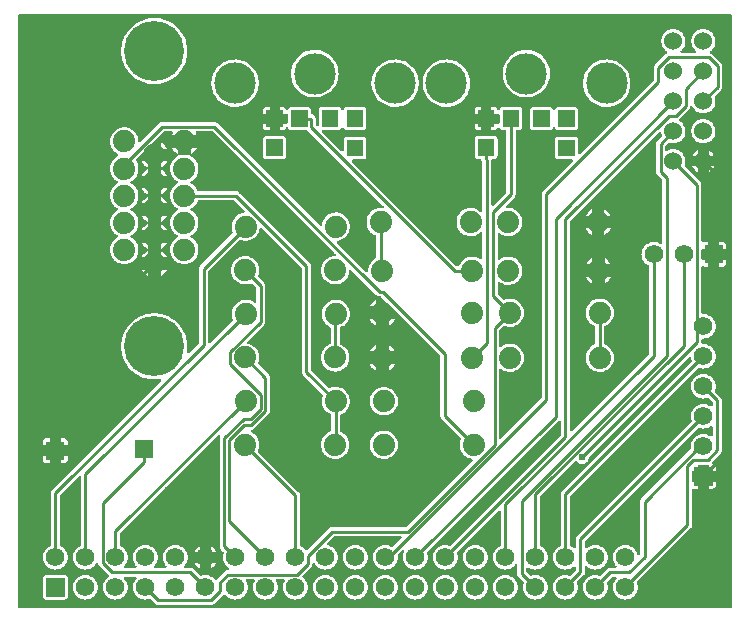
<source format=gbl>
G04 Layer: BottomLayer*
G04 EasyEDA v6.4.25, 2021-12-02T19:10:48+01:00*
G04 15ecca0207564e248d2aa7e8b5e7a0d8,208c6ab82c1b43e5b5e4dc1230921930,10*
G04 Gerber Generator version 0.2*
G04 Scale: 100 percent, Rotated: No, Reflected: No *
G04 Dimensions in millimeters *
G04 leading zeros omitted , absolute positions ,4 integer and 5 decimal *
%FSLAX45Y45*%
%MOMM*%

%ADD10C,0.2540*%
%ADD11C,0.6100*%
%ADD14C,1.5240*%
%ADD15C,1.5748*%
%ADD16R,1.5748X1.5748*%
%ADD17C,3.5001*%
%ADD19C,1.8796*%
%ADD20C,5.0800*%

%LPD*%
G36*
X798068Y6121908D02*
G01*
X794156Y6122670D01*
X790905Y6124905D01*
X788670Y6128156D01*
X787908Y6132068D01*
X787908Y11139932D01*
X788670Y11143843D01*
X790905Y11147094D01*
X794156Y11149330D01*
X798068Y11150092D01*
X6821931Y11150092D01*
X6825843Y11149330D01*
X6829094Y11147094D01*
X6831330Y11143843D01*
X6832092Y11139932D01*
X6832092Y6132068D01*
X6831330Y6128156D01*
X6829094Y6124905D01*
X6825843Y6122670D01*
X6821931Y6121908D01*
G37*

%LPC*%
G36*
X1943100Y10558272D02*
G01*
X1966214Y10559237D01*
X1989175Y10562082D01*
X2011832Y10566857D01*
X2033981Y10573461D01*
X2055520Y10581843D01*
X2076297Y10592003D01*
X2096211Y10603839D01*
X2115007Y10617301D01*
X2132685Y10632236D01*
X2149043Y10648594D01*
X2163978Y10666272D01*
X2177440Y10685068D01*
X2189276Y10704982D01*
X2199436Y10725759D01*
X2207818Y10747298D01*
X2214422Y10769447D01*
X2219198Y10792104D01*
X2222042Y10815066D01*
X2223008Y10838180D01*
X2222042Y10861294D01*
X2219198Y10884255D01*
X2214422Y10906912D01*
X2207818Y10929061D01*
X2199436Y10950600D01*
X2189276Y10971377D01*
X2177440Y10991291D01*
X2163978Y11010087D01*
X2149043Y11027765D01*
X2132685Y11044123D01*
X2115007Y11059058D01*
X2096211Y11072520D01*
X2076297Y11084356D01*
X2055520Y11094516D01*
X2033981Y11102898D01*
X2011832Y11109502D01*
X1989175Y11114278D01*
X1966214Y11117122D01*
X1943100Y11118088D01*
X1919986Y11117122D01*
X1897024Y11114278D01*
X1874367Y11109502D01*
X1852218Y11102898D01*
X1830679Y11094516D01*
X1809902Y11084356D01*
X1789988Y11072520D01*
X1771192Y11059058D01*
X1753514Y11044123D01*
X1737156Y11027765D01*
X1722221Y11010087D01*
X1708759Y10991291D01*
X1696923Y10971377D01*
X1686763Y10950600D01*
X1678381Y10929061D01*
X1671777Y10906912D01*
X1667002Y10884255D01*
X1664157Y10861294D01*
X1663192Y10838180D01*
X1664157Y10815066D01*
X1667002Y10792104D01*
X1671777Y10769447D01*
X1678381Y10747298D01*
X1686763Y10725759D01*
X1696923Y10704982D01*
X1708759Y10685068D01*
X1722221Y10666272D01*
X1737156Y10648594D01*
X1753514Y10632236D01*
X1771192Y10617301D01*
X1789988Y10603839D01*
X1809902Y10592003D01*
X1830679Y10581843D01*
X1852218Y10573461D01*
X1874367Y10566857D01*
X1897024Y10562082D01*
X1919986Y10559237D01*
G37*
G36*
X4152900Y6194552D02*
G01*
X4166565Y6195466D01*
X4179976Y6198158D01*
X4192930Y6202527D01*
X4205224Y6208572D01*
X4216603Y6216192D01*
X4226864Y6225235D01*
X4235907Y6235496D01*
X4243527Y6246876D01*
X4249572Y6259169D01*
X4253941Y6272123D01*
X4256633Y6285534D01*
X4257548Y6299200D01*
X4256633Y6312865D01*
X4253941Y6326276D01*
X4249572Y6339230D01*
X4243527Y6351524D01*
X4235907Y6362903D01*
X4226864Y6373164D01*
X4216603Y6382207D01*
X4205224Y6389827D01*
X4192930Y6395872D01*
X4179976Y6400241D01*
X4166565Y6402933D01*
X4152900Y6403848D01*
X4139234Y6402933D01*
X4125823Y6400241D01*
X4112869Y6395872D01*
X4100576Y6389827D01*
X4089196Y6382207D01*
X4078935Y6373164D01*
X4069892Y6362903D01*
X4062272Y6351524D01*
X4056227Y6339230D01*
X4051858Y6326276D01*
X4049166Y6312865D01*
X4048251Y6299200D01*
X4049166Y6285534D01*
X4051858Y6272123D01*
X4056227Y6259169D01*
X4062272Y6246876D01*
X4069892Y6235496D01*
X4078935Y6225235D01*
X4089196Y6216192D01*
X4100576Y6208572D01*
X4112869Y6202527D01*
X4125823Y6198158D01*
X4139234Y6195466D01*
G37*
G36*
X4406900Y6194552D02*
G01*
X4420565Y6195466D01*
X4433976Y6198158D01*
X4446930Y6202527D01*
X4459224Y6208572D01*
X4470603Y6216192D01*
X4480864Y6225235D01*
X4489907Y6235496D01*
X4497527Y6246876D01*
X4503572Y6259169D01*
X4507941Y6272123D01*
X4510633Y6285534D01*
X4511548Y6299200D01*
X4510633Y6312865D01*
X4507941Y6326276D01*
X4503572Y6339230D01*
X4497527Y6351524D01*
X4489907Y6362903D01*
X4480864Y6373164D01*
X4470603Y6382207D01*
X4459224Y6389827D01*
X4446930Y6395872D01*
X4433976Y6400241D01*
X4420565Y6402933D01*
X4406900Y6403848D01*
X4393234Y6402933D01*
X4379823Y6400241D01*
X4366869Y6395872D01*
X4354576Y6389827D01*
X4343196Y6382207D01*
X4332935Y6373164D01*
X4323892Y6362903D01*
X4316272Y6351524D01*
X4310227Y6339230D01*
X4305858Y6326276D01*
X4303166Y6312865D01*
X4302252Y6299200D01*
X4303166Y6285534D01*
X4305858Y6272123D01*
X4310227Y6259169D01*
X4316272Y6246876D01*
X4323892Y6235496D01*
X4332935Y6225235D01*
X4343196Y6216192D01*
X4354576Y6208572D01*
X4366869Y6202527D01*
X4379823Y6198158D01*
X4393234Y6195466D01*
G37*
G36*
X4914900Y6194552D02*
G01*
X4928565Y6195466D01*
X4941976Y6198158D01*
X4954930Y6202527D01*
X4967224Y6208572D01*
X4978603Y6216192D01*
X4988864Y6225235D01*
X4997907Y6235496D01*
X5005527Y6246876D01*
X5011572Y6259169D01*
X5015941Y6272123D01*
X5018633Y6285534D01*
X5019548Y6299200D01*
X5018633Y6312865D01*
X5015941Y6326276D01*
X5011572Y6339230D01*
X5005527Y6351524D01*
X4997907Y6362903D01*
X4988864Y6373164D01*
X4978603Y6382207D01*
X4967224Y6389827D01*
X4954930Y6395872D01*
X4941976Y6400241D01*
X4928565Y6402933D01*
X4914900Y6403848D01*
X4901234Y6402933D01*
X4887823Y6400241D01*
X4874869Y6395872D01*
X4862576Y6389827D01*
X4851196Y6382207D01*
X4840935Y6373164D01*
X4831892Y6362903D01*
X4824272Y6351524D01*
X4818227Y6339230D01*
X4813858Y6326276D01*
X4811166Y6312865D01*
X4810252Y6299200D01*
X4811166Y6285534D01*
X4813858Y6272123D01*
X4818227Y6259169D01*
X4824272Y6246876D01*
X4831892Y6235496D01*
X4840935Y6225235D01*
X4851196Y6216192D01*
X4862576Y6208572D01*
X4874869Y6202527D01*
X4887823Y6198158D01*
X4901234Y6195466D01*
G37*
G36*
X3898900Y6194552D02*
G01*
X3912565Y6195466D01*
X3925976Y6198158D01*
X3938930Y6202527D01*
X3951224Y6208572D01*
X3962603Y6216192D01*
X3972864Y6225235D01*
X3981907Y6235496D01*
X3989527Y6246876D01*
X3995572Y6259169D01*
X3999941Y6272123D01*
X4002633Y6285534D01*
X4003548Y6299200D01*
X4002633Y6312865D01*
X3999941Y6326276D01*
X3995572Y6339230D01*
X3989527Y6351524D01*
X3981907Y6362903D01*
X3972864Y6373164D01*
X3962603Y6382207D01*
X3951224Y6389827D01*
X3938930Y6395872D01*
X3925976Y6400241D01*
X3912565Y6402933D01*
X3898900Y6403848D01*
X3885234Y6402933D01*
X3871823Y6400241D01*
X3858869Y6395872D01*
X3846576Y6389827D01*
X3835196Y6382207D01*
X3824935Y6373164D01*
X3815892Y6362903D01*
X3808272Y6351524D01*
X3802227Y6339230D01*
X3797858Y6326276D01*
X3795166Y6312865D01*
X3794251Y6299200D01*
X3795166Y6285534D01*
X3797858Y6272123D01*
X3802227Y6259169D01*
X3808272Y6246876D01*
X3815892Y6235496D01*
X3824935Y6225235D01*
X3835196Y6216192D01*
X3846576Y6208572D01*
X3858869Y6202527D01*
X3871823Y6198158D01*
X3885234Y6195466D01*
G37*
G36*
X4660900Y6194552D02*
G01*
X4674565Y6195466D01*
X4687976Y6198158D01*
X4700930Y6202527D01*
X4713224Y6208572D01*
X4724603Y6216192D01*
X4734864Y6225235D01*
X4743907Y6235496D01*
X4751527Y6246876D01*
X4757572Y6259169D01*
X4761941Y6272123D01*
X4764633Y6285534D01*
X4765548Y6299200D01*
X4764633Y6312865D01*
X4761941Y6326276D01*
X4757572Y6339230D01*
X4751527Y6351524D01*
X4743907Y6362903D01*
X4734864Y6373164D01*
X4724603Y6382207D01*
X4713224Y6389827D01*
X4700930Y6395872D01*
X4687976Y6400241D01*
X4674565Y6402933D01*
X4660900Y6403848D01*
X4647234Y6402933D01*
X4633823Y6400241D01*
X4620869Y6395872D01*
X4608576Y6389827D01*
X4597196Y6382207D01*
X4586935Y6373164D01*
X4577892Y6362903D01*
X4570272Y6351524D01*
X4564227Y6339230D01*
X4559858Y6326276D01*
X4557166Y6312865D01*
X4556252Y6299200D01*
X4557166Y6285534D01*
X4559858Y6272123D01*
X4564227Y6259169D01*
X4570272Y6246876D01*
X4577892Y6235496D01*
X4586935Y6225235D01*
X4597196Y6216192D01*
X4608576Y6208572D01*
X4620869Y6202527D01*
X4633823Y6198158D01*
X4647234Y6195466D01*
G37*
G36*
X3644900Y6194552D02*
G01*
X3658565Y6195466D01*
X3671976Y6198158D01*
X3684930Y6202527D01*
X3697224Y6208572D01*
X3708603Y6216192D01*
X3718864Y6225235D01*
X3727907Y6235496D01*
X3735527Y6246876D01*
X3741572Y6259169D01*
X3745941Y6272123D01*
X3748633Y6285534D01*
X3749548Y6299200D01*
X3748633Y6312865D01*
X3745941Y6326276D01*
X3741572Y6339230D01*
X3735527Y6351524D01*
X3727907Y6362903D01*
X3718864Y6373164D01*
X3708603Y6382207D01*
X3697224Y6389827D01*
X3684930Y6395872D01*
X3671976Y6400241D01*
X3658565Y6402933D01*
X3644900Y6403848D01*
X3631234Y6402933D01*
X3617823Y6400241D01*
X3604869Y6395872D01*
X3592576Y6389827D01*
X3581196Y6382207D01*
X3570935Y6373164D01*
X3561892Y6362903D01*
X3554272Y6351524D01*
X3548227Y6339230D01*
X3543858Y6326276D01*
X3541166Y6312865D01*
X3540251Y6299200D01*
X3541166Y6285534D01*
X3543858Y6272123D01*
X3548227Y6259169D01*
X3554272Y6246876D01*
X3561892Y6235496D01*
X3570935Y6225235D01*
X3581196Y6216192D01*
X3592576Y6208572D01*
X3604869Y6202527D01*
X3617823Y6198158D01*
X3631234Y6195466D01*
G37*
G36*
X3390900Y6194552D02*
G01*
X3404565Y6195466D01*
X3417976Y6198158D01*
X3430930Y6202527D01*
X3443224Y6208572D01*
X3454603Y6216192D01*
X3464864Y6225235D01*
X3473907Y6235496D01*
X3481527Y6246876D01*
X3487572Y6259169D01*
X3491941Y6272123D01*
X3494633Y6285534D01*
X3495548Y6299200D01*
X3494633Y6312865D01*
X3491941Y6326276D01*
X3487572Y6339230D01*
X3481527Y6351524D01*
X3473907Y6362903D01*
X3464864Y6373164D01*
X3454603Y6382207D01*
X3443224Y6389827D01*
X3430930Y6395872D01*
X3417976Y6400241D01*
X3404565Y6402933D01*
X3390900Y6403848D01*
X3377234Y6402933D01*
X3363823Y6400241D01*
X3350869Y6395872D01*
X3338576Y6389827D01*
X3327196Y6382207D01*
X3316935Y6373164D01*
X3307892Y6362903D01*
X3300272Y6351524D01*
X3294227Y6339230D01*
X3289858Y6326276D01*
X3287166Y6312865D01*
X3286251Y6299200D01*
X3287166Y6285534D01*
X3289858Y6272123D01*
X3294227Y6259169D01*
X3300272Y6246876D01*
X3307892Y6235496D01*
X3316935Y6225235D01*
X3327196Y6216192D01*
X3338576Y6208572D01*
X3350869Y6202527D01*
X3363823Y6198158D01*
X3377234Y6195466D01*
G37*
G36*
X1026718Y6194552D02*
G01*
X1183081Y6194552D01*
X1189380Y6195263D01*
X1194866Y6197193D01*
X1199743Y6200241D01*
X1203858Y6204356D01*
X1206906Y6209233D01*
X1208836Y6214719D01*
X1209548Y6221018D01*
X1209548Y6377381D01*
X1208836Y6383680D01*
X1206906Y6389166D01*
X1203858Y6394043D01*
X1199743Y6398158D01*
X1194866Y6401206D01*
X1189380Y6403136D01*
X1183081Y6403848D01*
X1026718Y6403848D01*
X1020419Y6403136D01*
X1014933Y6401206D01*
X1010056Y6398158D01*
X1005941Y6394043D01*
X1002893Y6389166D01*
X1000963Y6383680D01*
X1000252Y6377381D01*
X1000252Y6221018D01*
X1000963Y6214719D01*
X1002893Y6209233D01*
X1005941Y6204356D01*
X1010056Y6200241D01*
X1014933Y6197193D01*
X1020419Y6195263D01*
G37*
G36*
X5097576Y10446816D02*
G01*
X5116931Y10448239D01*
X5136032Y10451490D01*
X5154777Y10456621D01*
X5172913Y10463479D01*
X5190337Y10472115D01*
X5206847Y10482326D01*
X5222240Y10494111D01*
X5236464Y10507370D01*
X5249316Y10521899D01*
X5260746Y10537596D01*
X5270601Y10554309D01*
X5278780Y10571937D01*
X5285232Y10590225D01*
X5289854Y10609072D01*
X5292648Y10628274D01*
X5293614Y10647680D01*
X5292648Y10667085D01*
X5289854Y10686288D01*
X5285232Y10705134D01*
X5278780Y10723422D01*
X5270601Y10741050D01*
X5260746Y10757763D01*
X5249316Y10773460D01*
X5236464Y10787989D01*
X5222240Y10801248D01*
X5206847Y10813034D01*
X5190337Y10823244D01*
X5172913Y10831880D01*
X5154777Y10838738D01*
X5136032Y10843869D01*
X5116931Y10847120D01*
X5097576Y10848543D01*
X5078171Y10848035D01*
X5058867Y10845698D01*
X5039918Y10841532D01*
X5021478Y10835538D01*
X5003647Y10827766D01*
X4986680Y10818317D01*
X4970729Y10807293D01*
X4955895Y10794796D01*
X4942332Y10780877D01*
X4930190Y10765790D01*
X4919522Y10749534D01*
X4910531Y10732363D01*
X4903165Y10714380D01*
X4897628Y10695736D01*
X4893919Y10676686D01*
X4892040Y10657382D01*
X4892040Y10637977D01*
X4893919Y10618673D01*
X4897628Y10599623D01*
X4903165Y10580979D01*
X4910531Y10562996D01*
X4919522Y10545826D01*
X4930190Y10529570D01*
X4942332Y10514482D01*
X4955895Y10500563D01*
X4970729Y10488066D01*
X4986680Y10477042D01*
X5003647Y10467594D01*
X5021478Y10459821D01*
X5039918Y10453827D01*
X5058867Y10449661D01*
X5078171Y10447324D01*
G37*
G36*
X3644900Y6448552D02*
G01*
X3658565Y6449466D01*
X3671976Y6452158D01*
X3684930Y6456527D01*
X3697224Y6462572D01*
X3708603Y6470192D01*
X3718864Y6479235D01*
X3727907Y6489496D01*
X3735527Y6500876D01*
X3741572Y6513169D01*
X3745941Y6526123D01*
X3748633Y6539534D01*
X3749548Y6553200D01*
X3748633Y6566865D01*
X3745941Y6580276D01*
X3741572Y6593230D01*
X3735527Y6605524D01*
X3727907Y6616903D01*
X3718864Y6627164D01*
X3708603Y6636207D01*
X3697224Y6643827D01*
X3684930Y6649872D01*
X3671976Y6654241D01*
X3658565Y6656933D01*
X3644900Y6657848D01*
X3631234Y6656933D01*
X3617823Y6654241D01*
X3604869Y6649872D01*
X3592576Y6643827D01*
X3581196Y6636207D01*
X3570935Y6627164D01*
X3561892Y6616903D01*
X3554272Y6605524D01*
X3548227Y6593230D01*
X3543858Y6580276D01*
X3541166Y6566865D01*
X3540251Y6553200D01*
X3541166Y6539534D01*
X3543858Y6526123D01*
X3548227Y6513169D01*
X3554272Y6500876D01*
X3561892Y6489496D01*
X3570935Y6479235D01*
X3581196Y6470192D01*
X3592576Y6462572D01*
X3604869Y6456527D01*
X3617823Y6452158D01*
X3631234Y6449466D01*
G37*
G36*
X4660900Y6448552D02*
G01*
X4674565Y6449466D01*
X4687976Y6452158D01*
X4700930Y6456527D01*
X4713224Y6462572D01*
X4724603Y6470192D01*
X4734864Y6479235D01*
X4743907Y6489496D01*
X4751527Y6500876D01*
X4757572Y6513169D01*
X4761941Y6526123D01*
X4764633Y6539534D01*
X4765548Y6553200D01*
X4764633Y6566865D01*
X4761941Y6580276D01*
X4757572Y6593230D01*
X4751527Y6605524D01*
X4743907Y6616903D01*
X4734864Y6627164D01*
X4724603Y6636207D01*
X4713224Y6643827D01*
X4700930Y6649872D01*
X4687976Y6654241D01*
X4674565Y6656933D01*
X4660900Y6657848D01*
X4647234Y6656933D01*
X4633823Y6654241D01*
X4620869Y6649872D01*
X4608576Y6643827D01*
X4597196Y6636207D01*
X4586935Y6627164D01*
X4577892Y6616903D01*
X4570272Y6605524D01*
X4564227Y6593230D01*
X4559858Y6580276D01*
X4557166Y6566865D01*
X4556252Y6553200D01*
X4557166Y6539534D01*
X4559858Y6526123D01*
X4564227Y6513169D01*
X4570272Y6500876D01*
X4577892Y6489496D01*
X4586935Y6479235D01*
X4597196Y6470192D01*
X4608576Y6462572D01*
X4620869Y6456527D01*
X4633823Y6452158D01*
X4647234Y6449466D01*
G37*
G36*
X3306876Y10446816D02*
G01*
X3326231Y10448239D01*
X3345332Y10451490D01*
X3364077Y10456621D01*
X3382213Y10463479D01*
X3399637Y10472115D01*
X3416147Y10482326D01*
X3431540Y10494111D01*
X3445764Y10507370D01*
X3458616Y10521899D01*
X3470046Y10537596D01*
X3479901Y10554309D01*
X3488080Y10571937D01*
X3494532Y10590225D01*
X3499154Y10609072D01*
X3501948Y10628274D01*
X3502914Y10647680D01*
X3501948Y10667085D01*
X3499154Y10686288D01*
X3494532Y10705134D01*
X3488080Y10723422D01*
X3479901Y10741050D01*
X3470046Y10757763D01*
X3458616Y10773460D01*
X3445764Y10787989D01*
X3431540Y10801248D01*
X3416147Y10813034D01*
X3399637Y10823244D01*
X3382213Y10831880D01*
X3364077Y10838738D01*
X3345332Y10843869D01*
X3326231Y10847120D01*
X3306876Y10848543D01*
X3287471Y10848035D01*
X3268167Y10845698D01*
X3249218Y10841532D01*
X3230778Y10835538D01*
X3212947Y10827766D01*
X3195980Y10818317D01*
X3180029Y10807293D01*
X3165195Y10794796D01*
X3151632Y10780877D01*
X3139490Y10765790D01*
X3128822Y10749534D01*
X3119831Y10732363D01*
X3112465Y10714380D01*
X3106928Y10695736D01*
X3103219Y10676686D01*
X3101340Y10657382D01*
X3101340Y10637977D01*
X3103219Y10618673D01*
X3106928Y10599623D01*
X3112465Y10580979D01*
X3119831Y10562996D01*
X3128822Y10545826D01*
X3139490Y10529570D01*
X3151632Y10514482D01*
X3165195Y10500563D01*
X3180029Y10488066D01*
X3195980Y10477042D01*
X3212947Y10467594D01*
X3230778Y10459821D01*
X3249218Y10453827D01*
X3268167Y10449661D01*
X3287471Y10447324D01*
G37*
G36*
X2631236Y10365536D02*
G01*
X2650591Y10366959D01*
X2669692Y10370210D01*
X2688437Y10375341D01*
X2706573Y10382199D01*
X2723997Y10390835D01*
X2740507Y10401046D01*
X2755900Y10412831D01*
X2770124Y10426090D01*
X2782976Y10440619D01*
X2794406Y10456316D01*
X2804261Y10473029D01*
X2812440Y10490657D01*
X2818892Y10508945D01*
X2823514Y10527792D01*
X2826308Y10546994D01*
X2827274Y10566400D01*
X2826308Y10585805D01*
X2823514Y10605008D01*
X2818892Y10623854D01*
X2812440Y10642142D01*
X2804261Y10659770D01*
X2794406Y10676483D01*
X2782976Y10692180D01*
X2770124Y10706709D01*
X2755900Y10719968D01*
X2740507Y10731754D01*
X2723997Y10741964D01*
X2706573Y10750600D01*
X2688437Y10757458D01*
X2669692Y10762589D01*
X2650591Y10765840D01*
X2631236Y10767263D01*
X2611831Y10766755D01*
X2592527Y10764418D01*
X2573578Y10760252D01*
X2555138Y10754258D01*
X2537307Y10746486D01*
X2520340Y10737037D01*
X2504389Y10726013D01*
X2489555Y10713516D01*
X2475992Y10699597D01*
X2463850Y10684510D01*
X2453182Y10668254D01*
X2444191Y10651083D01*
X2436825Y10633100D01*
X2431288Y10614456D01*
X2427579Y10595406D01*
X2425700Y10576102D01*
X2425700Y10556697D01*
X2427579Y10537393D01*
X2431288Y10518343D01*
X2436825Y10499699D01*
X2444191Y10481716D01*
X2453182Y10464546D01*
X2463850Y10448290D01*
X2475992Y10433202D01*
X2489555Y10419283D01*
X2504389Y10406786D01*
X2520340Y10395762D01*
X2537307Y10386314D01*
X2555138Y10378541D01*
X2573578Y10372547D01*
X2592527Y10368381D01*
X2611831Y10366044D01*
G37*
G36*
X3987596Y10365536D02*
G01*
X4006951Y10366959D01*
X4026052Y10370210D01*
X4044797Y10375341D01*
X4062933Y10382199D01*
X4080357Y10390835D01*
X4096867Y10401046D01*
X4112260Y10412831D01*
X4126484Y10426090D01*
X4139336Y10440619D01*
X4150766Y10456316D01*
X4160621Y10473029D01*
X4168800Y10490657D01*
X4175251Y10508945D01*
X4179874Y10527792D01*
X4182668Y10546994D01*
X4183634Y10566400D01*
X4182668Y10585805D01*
X4179874Y10605008D01*
X4175251Y10623854D01*
X4168800Y10642142D01*
X4160621Y10659770D01*
X4150766Y10676483D01*
X4139336Y10692180D01*
X4126484Y10706709D01*
X4112260Y10719968D01*
X4096867Y10731754D01*
X4080357Y10741964D01*
X4062933Y10750600D01*
X4044797Y10757458D01*
X4026052Y10762589D01*
X4006951Y10765840D01*
X3987596Y10767263D01*
X3968191Y10766755D01*
X3948887Y10764418D01*
X3929938Y10760252D01*
X3911498Y10754258D01*
X3893667Y10746486D01*
X3876700Y10737037D01*
X3860749Y10726013D01*
X3845915Y10713516D01*
X3832351Y10699597D01*
X3820210Y10684510D01*
X3809542Y10668254D01*
X3800551Y10651083D01*
X3793185Y10633100D01*
X3787648Y10614456D01*
X3783939Y10595406D01*
X3782060Y10576102D01*
X3782060Y10556697D01*
X3783939Y10537393D01*
X3787648Y10518343D01*
X3793185Y10499699D01*
X3800551Y10481716D01*
X3809542Y10464546D01*
X3820210Y10448290D01*
X3832351Y10433202D01*
X3845915Y10419283D01*
X3860749Y10406786D01*
X3876700Y10395762D01*
X3893667Y10386314D01*
X3911498Y10378541D01*
X3929938Y10372547D01*
X3948887Y10368381D01*
X3968191Y10366044D01*
G37*
G36*
X5778296Y10365536D02*
G01*
X5797651Y10366959D01*
X5816752Y10370210D01*
X5835497Y10375341D01*
X5853633Y10382199D01*
X5871057Y10390835D01*
X5887567Y10401046D01*
X5902960Y10412831D01*
X5917184Y10426090D01*
X5930036Y10440619D01*
X5941466Y10456316D01*
X5951321Y10473029D01*
X5959500Y10490657D01*
X5965952Y10508945D01*
X5970574Y10527792D01*
X5973368Y10546994D01*
X5974334Y10566400D01*
X5973368Y10585805D01*
X5970574Y10605008D01*
X5965952Y10623854D01*
X5959500Y10642142D01*
X5951321Y10659770D01*
X5941466Y10676483D01*
X5930036Y10692180D01*
X5917184Y10706709D01*
X5902960Y10719968D01*
X5887567Y10731754D01*
X5871057Y10741964D01*
X5853633Y10750600D01*
X5835497Y10757458D01*
X5816752Y10762589D01*
X5797651Y10765840D01*
X5778296Y10767263D01*
X5758891Y10766755D01*
X5739587Y10764418D01*
X5720638Y10760252D01*
X5702198Y10754258D01*
X5684367Y10746486D01*
X5667400Y10737037D01*
X5651449Y10726013D01*
X5636615Y10713516D01*
X5623052Y10699597D01*
X5610910Y10684510D01*
X5600242Y10668254D01*
X5591251Y10651083D01*
X5583885Y10633100D01*
X5578348Y10614456D01*
X5574639Y10595406D01*
X5572760Y10576102D01*
X5572760Y10556697D01*
X5574639Y10537393D01*
X5578348Y10518343D01*
X5583885Y10499699D01*
X5591251Y10481716D01*
X5600242Y10464546D01*
X5610910Y10448290D01*
X5623052Y10433202D01*
X5636615Y10419283D01*
X5651449Y10406786D01*
X5667400Y10395762D01*
X5684367Y10386314D01*
X5702198Y10378541D01*
X5720638Y10372547D01*
X5739587Y10368381D01*
X5758891Y10366044D01*
G37*
G36*
X6637020Y7134352D02*
G01*
X6669481Y7134352D01*
X6675780Y7135063D01*
X6681266Y7136993D01*
X6686143Y7140041D01*
X6690258Y7144156D01*
X6693306Y7149033D01*
X6695236Y7154519D01*
X6695948Y7160818D01*
X6695948Y7193280D01*
X6637020Y7193280D01*
G37*
G36*
X1150620Y7350252D02*
G01*
X1183081Y7350252D01*
X1189380Y7350963D01*
X1194866Y7352893D01*
X1199743Y7355941D01*
X1203858Y7360056D01*
X1206906Y7364933D01*
X1208836Y7370419D01*
X1209548Y7376718D01*
X1209548Y7409180D01*
X1150620Y7409180D01*
G37*
G36*
X1026718Y7350252D02*
G01*
X1059180Y7350252D01*
X1059180Y7409180D01*
X1000252Y7409180D01*
X1000252Y7376718D01*
X1000963Y7370419D01*
X1002893Y7364933D01*
X1005941Y7360056D01*
X1010056Y7355941D01*
X1014933Y7352893D01*
X1020419Y7350963D01*
G37*
G36*
X3882491Y7385862D02*
G01*
X3897274Y7386320D01*
X3911854Y7388606D01*
X3926027Y7392670D01*
X3939641Y7398410D01*
X3952392Y7405776D01*
X3964178Y7414666D01*
X3974795Y7424928D01*
X3984040Y7436459D01*
X3991813Y7449007D01*
X3997960Y7462418D01*
X4002430Y7476439D01*
X4005173Y7490968D01*
X4006087Y7505700D01*
X4005173Y7520431D01*
X4002430Y7534960D01*
X3997960Y7548981D01*
X3991813Y7562392D01*
X3984040Y7574940D01*
X3974795Y7586472D01*
X3964178Y7596733D01*
X3952392Y7605623D01*
X3939641Y7612989D01*
X3926027Y7618730D01*
X3911854Y7622794D01*
X3897274Y7625080D01*
X3882491Y7625486D01*
X3867810Y7624165D01*
X3853383Y7621016D01*
X3839464Y7616088D01*
X3826256Y7609484D01*
X3813962Y7601356D01*
X3802735Y7591755D01*
X3792829Y7580833D01*
X3784295Y7568793D01*
X3777284Y7555788D01*
X3771950Y7542022D01*
X3768394Y7527747D01*
X3766565Y7513066D01*
X3766565Y7498334D01*
X3768394Y7483652D01*
X3771950Y7469378D01*
X3777284Y7455611D01*
X3784295Y7442606D01*
X3792829Y7430566D01*
X3802735Y7419644D01*
X3813962Y7410043D01*
X3826256Y7401915D01*
X3839464Y7395311D01*
X3853383Y7390384D01*
X3867810Y7387234D01*
G37*
G36*
X1150620Y7500620D02*
G01*
X1209548Y7500620D01*
X1209548Y7533081D01*
X1208836Y7539380D01*
X1206906Y7544866D01*
X1203858Y7549743D01*
X1199743Y7553858D01*
X1194866Y7556906D01*
X1189380Y7558836D01*
X1183081Y7559548D01*
X1150620Y7559548D01*
G37*
G36*
X1000252Y7500620D02*
G01*
X1059180Y7500620D01*
X1059180Y7559548D01*
X1026718Y7559548D01*
X1020419Y7558836D01*
X1014933Y7556906D01*
X1010056Y7553858D01*
X1005941Y7549743D01*
X1002893Y7544866D01*
X1000963Y7539380D01*
X1000252Y7533081D01*
G37*
G36*
X4421936Y10365536D02*
G01*
X4441291Y10366959D01*
X4460392Y10370210D01*
X4479137Y10375341D01*
X4497273Y10382199D01*
X4514697Y10390835D01*
X4531207Y10401046D01*
X4546600Y10412831D01*
X4560824Y10426090D01*
X4573676Y10440619D01*
X4585106Y10456316D01*
X4594961Y10473029D01*
X4603140Y10490657D01*
X4609592Y10508945D01*
X4614214Y10527792D01*
X4617008Y10546994D01*
X4617974Y10566400D01*
X4617008Y10585805D01*
X4614214Y10605008D01*
X4609592Y10623854D01*
X4603140Y10642142D01*
X4594961Y10659770D01*
X4585106Y10676483D01*
X4573676Y10692180D01*
X4560824Y10706709D01*
X4546600Y10719968D01*
X4531207Y10731754D01*
X4514697Y10741964D01*
X4497273Y10750600D01*
X4479137Y10757458D01*
X4460392Y10762589D01*
X4441291Y10765840D01*
X4421936Y10767263D01*
X4402531Y10766755D01*
X4383227Y10764418D01*
X4364278Y10760252D01*
X4345838Y10754258D01*
X4328007Y10746486D01*
X4311040Y10737037D01*
X4295089Y10726013D01*
X4280255Y10713516D01*
X4266692Y10699597D01*
X4254550Y10684510D01*
X4243882Y10668254D01*
X4234891Y10651083D01*
X4227525Y10633100D01*
X4221988Y10614456D01*
X4218279Y10595406D01*
X4216400Y10576102D01*
X4216400Y10556697D01*
X4218279Y10537393D01*
X4221988Y10518343D01*
X4227525Y10499699D01*
X4234891Y10481716D01*
X4243882Y10464546D01*
X4254550Y10448290D01*
X4266692Y10433202D01*
X4280255Y10419283D01*
X4295089Y10406786D01*
X4311040Y10395762D01*
X4328007Y10386314D01*
X4345838Y10378541D01*
X4364278Y10372547D01*
X4383227Y10368381D01*
X4402531Y10366044D01*
G37*
G36*
X3882491Y7754162D02*
G01*
X3897274Y7754620D01*
X3911854Y7756906D01*
X3926027Y7760970D01*
X3939641Y7766710D01*
X3952392Y7774076D01*
X3964178Y7782966D01*
X3974795Y7793228D01*
X3984040Y7804759D01*
X3991813Y7817307D01*
X3997960Y7830718D01*
X4002430Y7844739D01*
X4005173Y7859268D01*
X4006087Y7874000D01*
X4005173Y7888731D01*
X4002430Y7903260D01*
X3997960Y7917281D01*
X3991813Y7930692D01*
X3984040Y7943240D01*
X3974795Y7954772D01*
X3964178Y7965033D01*
X3952392Y7973923D01*
X3939641Y7981289D01*
X3926027Y7987030D01*
X3911854Y7991094D01*
X3897274Y7993380D01*
X3882491Y7993786D01*
X3867810Y7992465D01*
X3853383Y7989316D01*
X3839464Y7984388D01*
X3826256Y7977784D01*
X3813962Y7969656D01*
X3802735Y7960055D01*
X3792829Y7949133D01*
X3784295Y7937093D01*
X3777284Y7924088D01*
X3771950Y7910322D01*
X3768394Y7896047D01*
X3766565Y7881366D01*
X3766565Y7866634D01*
X3768394Y7851952D01*
X3771950Y7837678D01*
X3777284Y7823911D01*
X3784295Y7810906D01*
X3792829Y7798866D01*
X3802735Y7787944D01*
X3813962Y7778343D01*
X3826256Y7770215D01*
X3839464Y7763611D01*
X3853383Y7758684D01*
X3867810Y7755534D01*
G37*
G36*
X2864612Y10308590D02*
G01*
X2919730Y10308590D01*
X2919730Y10363708D01*
X2891078Y10363708D01*
X2884779Y10362996D01*
X2879293Y10361066D01*
X2874416Y10358018D01*
X2870301Y10353903D01*
X2867253Y10349026D01*
X2865323Y10343540D01*
X2864612Y10337241D01*
G37*
G36*
X3470198Y8124647D02*
G01*
X3484930Y8125104D01*
X3499510Y8127390D01*
X3513734Y8131403D01*
X3527298Y8137194D01*
X3540099Y8144560D01*
X3551885Y8153450D01*
X3562451Y8163712D01*
X3571697Y8175193D01*
X3579469Y8187740D01*
X3585667Y8201152D01*
X3590137Y8215223D01*
X3592829Y8229752D01*
X3593744Y8244484D01*
X3592829Y8259216D01*
X3590137Y8273694D01*
X3585667Y8287766D01*
X3579469Y8301177D01*
X3571697Y8313724D01*
X3562451Y8325205D01*
X3551885Y8335518D01*
X3540099Y8344408D01*
X3527298Y8351774D01*
X3518712Y8355431D01*
X3515410Y8357616D01*
X3513277Y8360918D01*
X3512515Y8364778D01*
X3512515Y8491423D01*
X3513277Y8495284D01*
X3515410Y8498535D01*
X3518712Y8500770D01*
X3532378Y8506561D01*
X3545179Y8513927D01*
X3556965Y8522817D01*
X3567531Y8533079D01*
X3576777Y8544610D01*
X3584549Y8557158D01*
X3590747Y8570569D01*
X3595217Y8584641D01*
X3597910Y8599119D01*
X3598824Y8613851D01*
X3597910Y8628583D01*
X3595217Y8643112D01*
X3590747Y8657183D01*
X3584549Y8670544D01*
X3576777Y8683091D01*
X3567531Y8694623D01*
X3556965Y8704884D01*
X3545179Y8713774D01*
X3532378Y8721140D01*
X3518814Y8726932D01*
X3504590Y8730945D01*
X3490010Y8733231D01*
X3475278Y8733688D01*
X3460597Y8732316D01*
X3446170Y8729167D01*
X3432251Y8724239D01*
X3419043Y8717686D01*
X3406749Y8709507D01*
X3395522Y8699906D01*
X3385565Y8688984D01*
X3377031Y8676944D01*
X3370072Y8663940D01*
X3364737Y8650173D01*
X3361131Y8635898D01*
X3359302Y8621217D01*
X3359302Y8606485D01*
X3361131Y8591854D01*
X3364737Y8577529D01*
X3370072Y8563762D01*
X3377031Y8550757D01*
X3385565Y8538718D01*
X3395522Y8527796D01*
X3406749Y8518194D01*
X3419043Y8510066D01*
X3429660Y8504783D01*
X3432606Y8502497D01*
X3434587Y8499348D01*
X3435299Y8495690D01*
X3435299Y8364931D01*
X3434435Y8360867D01*
X3432048Y8357463D01*
X3413963Y8348268D01*
X3401618Y8340140D01*
X3390442Y8330539D01*
X3380486Y8319617D01*
X3371951Y8307578D01*
X3364992Y8294573D01*
X3359658Y8280806D01*
X3356051Y8266480D01*
X3354222Y8251850D01*
X3354222Y8237118D01*
X3356051Y8222437D01*
X3359658Y8208111D01*
X3364992Y8194395D01*
X3371951Y8181390D01*
X3380486Y8169300D01*
X3390442Y8158429D01*
X3401618Y8148828D01*
X3413963Y8140649D01*
X3427171Y8134096D01*
X3441090Y8129168D01*
X3455466Y8126018D01*
G37*
G36*
X3926840Y8134959D02*
G01*
X3939692Y8142376D01*
X3951478Y8151266D01*
X3962095Y8161528D01*
X3971340Y8173059D01*
X3979113Y8185607D01*
X3980637Y8188959D01*
X3926840Y8188959D01*
G37*
G36*
X3820160Y8135213D02*
G01*
X3820160Y8188959D01*
X3766362Y8188959D01*
X3771595Y8179206D01*
X3780129Y8167166D01*
X3790035Y8156244D01*
X3801262Y8146643D01*
X3813556Y8138515D01*
G37*
G36*
X3766362Y8295640D02*
G01*
X3820160Y8295640D01*
X3820160Y8349386D01*
X3813556Y8346084D01*
X3801262Y8337956D01*
X3790035Y8328355D01*
X3780129Y8317433D01*
X3771595Y8305393D01*
G37*
G36*
X3926840Y8295640D02*
G01*
X3980637Y8295640D01*
X3979113Y8298992D01*
X3971340Y8311540D01*
X3962095Y8323072D01*
X3951478Y8333333D01*
X3939692Y8342223D01*
X3926840Y8349640D01*
G37*
G36*
X3926840Y8515959D02*
G01*
X3939692Y8523376D01*
X3951478Y8532266D01*
X3962095Y8542528D01*
X3971340Y8554059D01*
X3979113Y8566607D01*
X3980637Y8569960D01*
X3926840Y8569960D01*
G37*
G36*
X3820160Y8516213D02*
G01*
X3820160Y8569960D01*
X3766362Y8569960D01*
X3771595Y8560206D01*
X3780129Y8548166D01*
X3790035Y8537244D01*
X3801262Y8527643D01*
X3813556Y8519515D01*
G37*
G36*
X3766362Y8676640D02*
G01*
X3820160Y8676640D01*
X3820160Y8730386D01*
X3813556Y8727084D01*
X3801262Y8718956D01*
X3790035Y8709355D01*
X3780129Y8698433D01*
X3771595Y8686393D01*
G37*
G36*
X1976170Y6151778D02*
G01*
X2425750Y6151778D01*
X2433777Y6152591D01*
X2440990Y6154775D01*
X2447696Y6158331D01*
X2453894Y6163462D01*
X2529128Y6238697D01*
X2532938Y6241084D01*
X2537358Y6241643D01*
X2541574Y6240221D01*
X2544775Y6237173D01*
X2545892Y6235496D01*
X2554935Y6225235D01*
X2565196Y6216192D01*
X2576576Y6208572D01*
X2588869Y6202527D01*
X2601823Y6198158D01*
X2615234Y6195466D01*
X2628900Y6194552D01*
X2642565Y6195466D01*
X2655976Y6198158D01*
X2668930Y6202527D01*
X2681224Y6208572D01*
X2692603Y6216192D01*
X2702864Y6225235D01*
X2711907Y6235496D01*
X2719527Y6246876D01*
X2725572Y6259169D01*
X2729941Y6272123D01*
X2732633Y6285534D01*
X2733548Y6299200D01*
X2732633Y6312865D01*
X2729941Y6326276D01*
X2725572Y6339230D01*
X2719425Y6351676D01*
X2717800Y6355740D01*
X2718054Y6360058D01*
X2720136Y6363919D01*
X2723591Y6366560D01*
X2727858Y6367475D01*
X2783941Y6367475D01*
X2788208Y6366560D01*
X2791663Y6363919D01*
X2793746Y6360058D01*
X2794000Y6355740D01*
X2792272Y6351524D01*
X2786227Y6339230D01*
X2781858Y6326276D01*
X2779166Y6312865D01*
X2778252Y6299200D01*
X2779166Y6285534D01*
X2781858Y6272123D01*
X2786227Y6259169D01*
X2792272Y6246876D01*
X2799892Y6235496D01*
X2808935Y6225235D01*
X2819196Y6216192D01*
X2830576Y6208572D01*
X2842869Y6202527D01*
X2855823Y6198158D01*
X2869234Y6195466D01*
X2882900Y6194552D01*
X2896565Y6195466D01*
X2909976Y6198158D01*
X2922930Y6202527D01*
X2935224Y6208572D01*
X2946603Y6216192D01*
X2956864Y6225235D01*
X2965907Y6235496D01*
X2973527Y6246876D01*
X2979572Y6259169D01*
X2983941Y6272123D01*
X2986633Y6285534D01*
X2987548Y6299200D01*
X2986633Y6312865D01*
X2983941Y6326276D01*
X2979572Y6339230D01*
X2973425Y6351676D01*
X2971800Y6355740D01*
X2972054Y6360058D01*
X2974136Y6363919D01*
X2977591Y6366560D01*
X2981858Y6367475D01*
X3037941Y6367475D01*
X3042208Y6366560D01*
X3045663Y6363919D01*
X3047746Y6360058D01*
X3048000Y6355740D01*
X3046272Y6351524D01*
X3040227Y6339230D01*
X3035858Y6326276D01*
X3033166Y6312865D01*
X3032252Y6299200D01*
X3033166Y6285534D01*
X3035858Y6272123D01*
X3040227Y6259169D01*
X3046272Y6246876D01*
X3053892Y6235496D01*
X3062935Y6225235D01*
X3073196Y6216192D01*
X3084576Y6208572D01*
X3096869Y6202527D01*
X3109823Y6198158D01*
X3123234Y6195466D01*
X3136900Y6194552D01*
X3150565Y6195466D01*
X3163976Y6198158D01*
X3176930Y6202527D01*
X3189224Y6208572D01*
X3200603Y6216192D01*
X3210864Y6225235D01*
X3219907Y6235496D01*
X3227527Y6246876D01*
X3233572Y6259169D01*
X3237941Y6272123D01*
X3240633Y6285534D01*
X3241548Y6299200D01*
X3240633Y6312865D01*
X3237941Y6326276D01*
X3233572Y6339230D01*
X3227527Y6351524D01*
X3219907Y6362903D01*
X3210864Y6373164D01*
X3199942Y6382715D01*
X3197453Y6386017D01*
X3196488Y6390030D01*
X3197199Y6394094D01*
X3199485Y6397548D01*
X3270707Y6468821D01*
X3275838Y6475069D01*
X3279394Y6481724D01*
X3281578Y6488938D01*
X3282238Y6495491D01*
X3283458Y6499402D01*
X3286150Y6502552D01*
X3289909Y6504330D01*
X3294024Y6504482D01*
X3297834Y6503009D01*
X3300780Y6500114D01*
X3307892Y6489496D01*
X3316935Y6479235D01*
X3327196Y6470192D01*
X3338576Y6462572D01*
X3350869Y6456527D01*
X3363823Y6452158D01*
X3377234Y6449466D01*
X3390900Y6448552D01*
X3404565Y6449466D01*
X3417976Y6452158D01*
X3430930Y6456527D01*
X3443224Y6462572D01*
X3454603Y6470192D01*
X3464864Y6479235D01*
X3473907Y6489496D01*
X3481527Y6500876D01*
X3487572Y6513169D01*
X3491941Y6526123D01*
X3494633Y6539534D01*
X3495548Y6553200D01*
X3494633Y6566865D01*
X3491941Y6580276D01*
X3487572Y6593230D01*
X3481527Y6605524D01*
X3473907Y6616903D01*
X3464864Y6627164D01*
X3454603Y6636207D01*
X3443224Y6643827D01*
X3430930Y6649872D01*
X3417976Y6654241D01*
X3409797Y6655866D01*
X3405835Y6657644D01*
X3402939Y6660896D01*
X3401669Y6665061D01*
X3402279Y6669379D01*
X3404615Y6673037D01*
X3459124Y6727545D01*
X3462426Y6729780D01*
X3466337Y6730542D01*
X4028643Y6730542D01*
X4032554Y6729780D01*
X4035856Y6727545D01*
X4038041Y6724294D01*
X4038803Y6720382D01*
X4038041Y6716471D01*
X4035856Y6713220D01*
X3966260Y6643624D01*
X3963415Y6641592D01*
X3960063Y6640677D01*
X3956608Y6640931D01*
X3953408Y6642353D01*
X3951224Y6643827D01*
X3938930Y6649872D01*
X3925976Y6654241D01*
X3912565Y6656933D01*
X3898900Y6657848D01*
X3885234Y6656933D01*
X3871823Y6654241D01*
X3858869Y6649872D01*
X3846576Y6643827D01*
X3835196Y6636207D01*
X3824935Y6627164D01*
X3815892Y6616903D01*
X3808272Y6605524D01*
X3802227Y6593230D01*
X3797858Y6580276D01*
X3795166Y6566865D01*
X3794251Y6553200D01*
X3795166Y6539534D01*
X3797858Y6526123D01*
X3802227Y6513169D01*
X3808272Y6500876D01*
X3815892Y6489496D01*
X3824935Y6479235D01*
X3835196Y6470192D01*
X3846576Y6462572D01*
X3858869Y6456527D01*
X3871823Y6452158D01*
X3885234Y6449466D01*
X3898900Y6448552D01*
X3912565Y6449466D01*
X3925976Y6452158D01*
X3938930Y6456527D01*
X3951224Y6462572D01*
X3962603Y6470192D01*
X3972864Y6479235D01*
X3981907Y6489496D01*
X3989527Y6500876D01*
X3995572Y6513169D01*
X3999941Y6526123D01*
X4002633Y6539534D01*
X4003548Y6553200D01*
X4002684Y6565950D01*
X4003344Y6570167D01*
X4005630Y6573774D01*
X4043019Y6611162D01*
X4046423Y6613448D01*
X4050385Y6614159D01*
X4054348Y6613296D01*
X4057650Y6610908D01*
X4059783Y6607454D01*
X4060342Y6603441D01*
X4059326Y6599529D01*
X4056227Y6593230D01*
X4051858Y6580276D01*
X4049166Y6566865D01*
X4048251Y6553200D01*
X4049166Y6539534D01*
X4051858Y6526123D01*
X4056227Y6513169D01*
X4062272Y6500876D01*
X4069892Y6489496D01*
X4078935Y6479235D01*
X4089196Y6470192D01*
X4100576Y6462572D01*
X4112869Y6456527D01*
X4125823Y6452158D01*
X4139234Y6449466D01*
X4152900Y6448552D01*
X4166565Y6449466D01*
X4179976Y6452158D01*
X4192930Y6456527D01*
X4205224Y6462572D01*
X4216603Y6470192D01*
X4226864Y6479235D01*
X4235907Y6489496D01*
X4243527Y6500876D01*
X4249572Y6513169D01*
X4253941Y6526123D01*
X4256633Y6539534D01*
X4257548Y6553200D01*
X4256633Y6566865D01*
X4253941Y6580276D01*
X4251096Y6588759D01*
X4250537Y6592468D01*
X4251401Y6596125D01*
X4253534Y6599224D01*
X5366918Y7712608D01*
X5370169Y7714792D01*
X5374081Y7715554D01*
X5377992Y7714792D01*
X5381244Y7712608D01*
X5383479Y7709306D01*
X5384241Y7705394D01*
X5384241Y7589367D01*
X5383479Y7585456D01*
X5381244Y7582153D01*
X4452924Y6653834D01*
X4449826Y6651701D01*
X4446168Y6650837D01*
X4442460Y6651396D01*
X4433976Y6654241D01*
X4420565Y6656933D01*
X4406900Y6657848D01*
X4393234Y6656933D01*
X4379823Y6654241D01*
X4366869Y6649872D01*
X4354576Y6643827D01*
X4343196Y6636207D01*
X4332935Y6627164D01*
X4323892Y6616903D01*
X4316272Y6605524D01*
X4310227Y6593230D01*
X4305858Y6580276D01*
X4303166Y6566865D01*
X4302252Y6553200D01*
X4303166Y6539534D01*
X4305858Y6526123D01*
X4310227Y6513169D01*
X4316272Y6500876D01*
X4323892Y6489496D01*
X4332935Y6479235D01*
X4343196Y6470192D01*
X4354576Y6462572D01*
X4366869Y6456527D01*
X4379823Y6452158D01*
X4393234Y6449466D01*
X4406900Y6448552D01*
X4420565Y6449466D01*
X4433976Y6452158D01*
X4446930Y6456527D01*
X4459224Y6462572D01*
X4470603Y6470192D01*
X4480864Y6479235D01*
X4489907Y6489496D01*
X4497527Y6500876D01*
X4503572Y6513169D01*
X4507941Y6526123D01*
X4510633Y6539534D01*
X4511548Y6553200D01*
X4510633Y6566865D01*
X4507941Y6580276D01*
X4505096Y6588759D01*
X4504537Y6592468D01*
X4505401Y6596125D01*
X4507534Y6599224D01*
X4858969Y6950659D01*
X4862220Y6952843D01*
X4866132Y6953605D01*
X4870043Y6952843D01*
X4873294Y6950659D01*
X4875530Y6947357D01*
X4876292Y6943445D01*
X4876292Y6656882D01*
X4875580Y6653225D01*
X4873599Y6650024D01*
X4870602Y6647789D01*
X4862576Y6643827D01*
X4851196Y6636207D01*
X4840935Y6627164D01*
X4831892Y6616903D01*
X4824272Y6605524D01*
X4818227Y6593230D01*
X4813858Y6580276D01*
X4811166Y6566865D01*
X4810252Y6553200D01*
X4811166Y6539534D01*
X4813858Y6526123D01*
X4818227Y6513169D01*
X4824272Y6500876D01*
X4831892Y6489496D01*
X4840935Y6479235D01*
X4851196Y6470192D01*
X4862576Y6462572D01*
X4874869Y6456527D01*
X4887823Y6452158D01*
X4901234Y6449466D01*
X4914900Y6448552D01*
X4928565Y6449466D01*
X4941976Y6452158D01*
X4954930Y6456527D01*
X4967224Y6462572D01*
X4978603Y6470192D01*
X4988864Y6479235D01*
X4998008Y6489649D01*
X5001056Y6492646D01*
X5005120Y6494068D01*
X5009388Y6493713D01*
X5013147Y6491630D01*
X5015687Y6488176D01*
X5016601Y6484010D01*
X5016601Y6413398D01*
X5017414Y6405372D01*
X5019598Y6398158D01*
X5023154Y6391452D01*
X5028285Y6385255D01*
X5068265Y6345224D01*
X5070398Y6342126D01*
X5071262Y6338468D01*
X5070703Y6334760D01*
X5067858Y6326276D01*
X5065166Y6312865D01*
X5064252Y6299200D01*
X5065166Y6285534D01*
X5067858Y6272123D01*
X5072227Y6259169D01*
X5078272Y6246876D01*
X5085892Y6235496D01*
X5094935Y6225235D01*
X5105196Y6216192D01*
X5116576Y6208572D01*
X5128869Y6202527D01*
X5141823Y6198158D01*
X5155234Y6195466D01*
X5168900Y6194552D01*
X5182565Y6195466D01*
X5195976Y6198158D01*
X5208930Y6202527D01*
X5221224Y6208572D01*
X5232603Y6216192D01*
X5242864Y6225235D01*
X5251907Y6235496D01*
X5259527Y6246876D01*
X5265572Y6259169D01*
X5269941Y6272123D01*
X5272633Y6285534D01*
X5273548Y6299200D01*
X5272633Y6312865D01*
X5269941Y6326276D01*
X5265572Y6339230D01*
X5259527Y6351524D01*
X5251907Y6362903D01*
X5242864Y6373164D01*
X5232603Y6382207D01*
X5221224Y6389827D01*
X5208930Y6395872D01*
X5195976Y6400241D01*
X5182565Y6402933D01*
X5168900Y6403848D01*
X5155234Y6402933D01*
X5141823Y6400241D01*
X5133340Y6397396D01*
X5129631Y6396837D01*
X5125974Y6397701D01*
X5122875Y6399834D01*
X5096814Y6425895D01*
X5094579Y6429197D01*
X5093817Y6433108D01*
X5093817Y6458813D01*
X5094732Y6463030D01*
X5097373Y6466535D01*
X5101234Y6468567D01*
X5105552Y6468821D01*
X5109616Y6467246D01*
X5116576Y6462572D01*
X5128869Y6456527D01*
X5141823Y6452158D01*
X5155234Y6449466D01*
X5168900Y6448552D01*
X5182565Y6449466D01*
X5195976Y6452158D01*
X5208930Y6456527D01*
X5221224Y6462572D01*
X5232603Y6470192D01*
X5242864Y6479235D01*
X5251907Y6489496D01*
X5259527Y6500876D01*
X5265572Y6513169D01*
X5269941Y6526123D01*
X5272633Y6539534D01*
X5273548Y6553200D01*
X5272633Y6566865D01*
X5269941Y6580276D01*
X5265572Y6593230D01*
X5259527Y6605524D01*
X5251907Y6616903D01*
X5242864Y6627164D01*
X5232603Y6636207D01*
X5221224Y6643827D01*
X5213197Y6647789D01*
X5210200Y6650024D01*
X5208219Y6653225D01*
X5207508Y6656882D01*
X5207508Y7067956D01*
X5208270Y7071868D01*
X5210505Y7075170D01*
X5502859Y7367524D01*
X5506567Y7369911D01*
X5510936Y7370470D01*
X5515102Y7369149D01*
X5518353Y7366152D01*
X5520690Y7362799D01*
X5527649Y7355840D01*
X5535726Y7350252D01*
X5544616Y7346086D01*
X5554116Y7343546D01*
X5563920Y7342682D01*
X5573674Y7343546D01*
X5583174Y7346086D01*
X5592064Y7350252D01*
X5600141Y7355840D01*
X5607100Y7362799D01*
X5612688Y7370876D01*
X5616854Y7379766D01*
X5619394Y7389266D01*
X5620105Y7397292D01*
X5621020Y7400696D01*
X5623052Y7403592D01*
X6470091Y8250631D01*
X6473240Y8252764D01*
X6477050Y8253577D01*
X6480810Y8252917D01*
X6484112Y8250936D01*
X6486398Y8247837D01*
X6487363Y8244078D01*
X6487566Y8241334D01*
X6490258Y8227923D01*
X6493103Y8219440D01*
X6493662Y8215731D01*
X6492798Y8212074D01*
X6490665Y8208975D01*
X5395976Y7114235D01*
X5390845Y7108037D01*
X5387289Y7101331D01*
X5385104Y7094118D01*
X5384292Y7086092D01*
X5384292Y6656882D01*
X5383580Y6653225D01*
X5381599Y6650024D01*
X5378602Y6647789D01*
X5370576Y6643827D01*
X5359196Y6636207D01*
X5348935Y6627164D01*
X5339892Y6616903D01*
X5332272Y6605524D01*
X5326227Y6593230D01*
X5321858Y6580276D01*
X5319166Y6566865D01*
X5318252Y6553200D01*
X5319166Y6539534D01*
X5321858Y6526123D01*
X5326227Y6513169D01*
X5332272Y6500876D01*
X5339892Y6489496D01*
X5348935Y6479235D01*
X5359196Y6470192D01*
X5370576Y6462572D01*
X5382869Y6456527D01*
X5395823Y6452158D01*
X5409234Y6449466D01*
X5422900Y6448552D01*
X5436565Y6449466D01*
X5449976Y6452158D01*
X5462930Y6456527D01*
X5475224Y6462572D01*
X5486603Y6470192D01*
X5494426Y6477050D01*
X5497779Y6479032D01*
X5501589Y6479590D01*
X5505348Y6478676D01*
X5508447Y6476441D01*
X5510580Y6473240D01*
X5511292Y6469430D01*
X5511292Y6446418D01*
X5510530Y6442506D01*
X5508294Y6439204D01*
X5468924Y6399834D01*
X5465826Y6397701D01*
X5462168Y6396837D01*
X5458460Y6397396D01*
X5449976Y6400241D01*
X5436565Y6402933D01*
X5422900Y6403848D01*
X5409234Y6402933D01*
X5395823Y6400241D01*
X5382869Y6395872D01*
X5370576Y6389827D01*
X5359196Y6382207D01*
X5348935Y6373164D01*
X5339892Y6362903D01*
X5332272Y6351524D01*
X5326227Y6339230D01*
X5321858Y6326276D01*
X5319166Y6312865D01*
X5318252Y6299200D01*
X5319166Y6285534D01*
X5321858Y6272123D01*
X5326227Y6259169D01*
X5332272Y6246876D01*
X5339892Y6235496D01*
X5348935Y6225235D01*
X5359196Y6216192D01*
X5370576Y6208572D01*
X5382869Y6202527D01*
X5395823Y6198158D01*
X5409234Y6195466D01*
X5422900Y6194552D01*
X5436565Y6195466D01*
X5449976Y6198158D01*
X5462930Y6202527D01*
X5475224Y6208572D01*
X5486603Y6216192D01*
X5496864Y6225235D01*
X5505907Y6235496D01*
X5513527Y6246876D01*
X5519572Y6259169D01*
X5523941Y6272123D01*
X5526633Y6285534D01*
X5527548Y6299200D01*
X5526633Y6312865D01*
X5523941Y6326276D01*
X5521096Y6334760D01*
X5520537Y6338468D01*
X5521401Y6342126D01*
X5523534Y6345224D01*
X5576824Y6398564D01*
X5581954Y6404762D01*
X5585510Y6411468D01*
X5587695Y6418681D01*
X5588508Y6426708D01*
X5588508Y6469430D01*
X5589219Y6473240D01*
X5591352Y6476441D01*
X5594451Y6478676D01*
X5598210Y6479590D01*
X5602020Y6479032D01*
X5605373Y6477050D01*
X5613196Y6470192D01*
X5624576Y6462572D01*
X5636869Y6456527D01*
X5649823Y6452158D01*
X5663234Y6449466D01*
X5676900Y6448552D01*
X5690565Y6449466D01*
X5703976Y6452158D01*
X5716930Y6456527D01*
X5729224Y6462572D01*
X5740603Y6470192D01*
X5750864Y6479235D01*
X5759907Y6489496D01*
X5767527Y6500876D01*
X5773572Y6513169D01*
X5777941Y6526123D01*
X5780633Y6539534D01*
X5781548Y6553200D01*
X5780633Y6566865D01*
X5777941Y6580276D01*
X5773572Y6593230D01*
X5767527Y6605524D01*
X5759907Y6616903D01*
X5750864Y6627164D01*
X5740603Y6636207D01*
X5729224Y6643827D01*
X5716930Y6649872D01*
X5703976Y6654241D01*
X5690565Y6656933D01*
X5676900Y6657848D01*
X5663234Y6656933D01*
X5649823Y6654241D01*
X5636869Y6649872D01*
X5624576Y6643827D01*
X5613196Y6636207D01*
X5605373Y6629349D01*
X5602020Y6627368D01*
X5598210Y6626809D01*
X5594451Y6627723D01*
X5591352Y6629958D01*
X5589219Y6633159D01*
X5588508Y6636969D01*
X5588508Y6685381D01*
X5589270Y6689293D01*
X5591505Y6692595D01*
X6545275Y7646365D01*
X6548374Y7648498D01*
X6552031Y7649362D01*
X6555740Y7648803D01*
X6564223Y7645958D01*
X6577634Y7643266D01*
X6591300Y7642352D01*
X6604965Y7643266D01*
X6618376Y7645958D01*
X6631330Y7650327D01*
X6643624Y7656372D01*
X6654393Y7663586D01*
X6658457Y7665212D01*
X6662826Y7664958D01*
X6666636Y7662875D01*
X6669278Y7659420D01*
X6670243Y7655153D01*
X6670243Y7584846D01*
X6669278Y7580579D01*
X6666636Y7577124D01*
X6662826Y7575042D01*
X6658457Y7574788D01*
X6654393Y7576413D01*
X6643624Y7583627D01*
X6631330Y7589672D01*
X6618376Y7594041D01*
X6604965Y7596733D01*
X6591300Y7597648D01*
X6577634Y7596733D01*
X6564223Y7594041D01*
X6551269Y7589672D01*
X6538976Y7583627D01*
X6527596Y7576007D01*
X6517335Y7566964D01*
X6508292Y7556703D01*
X6500672Y7545324D01*
X6494627Y7533030D01*
X6490258Y7520076D01*
X6487566Y7506665D01*
X6486652Y7493000D01*
X6487718Y7475880D01*
X6486753Y7472730D01*
X6484823Y7470038D01*
X6067298Y7052462D01*
X6062167Y7046264D01*
X6058611Y7039559D01*
X6056426Y7032345D01*
X6055614Y7024319D01*
X6055614Y6577888D01*
X6054852Y6573977D01*
X6052616Y6570675D01*
X6050432Y6568490D01*
X6046774Y6566103D01*
X6042456Y6565544D01*
X6038291Y6566814D01*
X6035040Y6569659D01*
X6033262Y6573672D01*
X6031941Y6580276D01*
X6027572Y6593230D01*
X6021527Y6605524D01*
X6013907Y6616903D01*
X6004864Y6627164D01*
X5994603Y6636207D01*
X5983224Y6643827D01*
X5970930Y6649872D01*
X5957976Y6654241D01*
X5944565Y6656933D01*
X5930900Y6657848D01*
X5917234Y6656933D01*
X5903823Y6654241D01*
X5890869Y6649872D01*
X5878576Y6643827D01*
X5867196Y6636207D01*
X5856935Y6627164D01*
X5847892Y6616903D01*
X5840272Y6605524D01*
X5834227Y6593230D01*
X5829858Y6580276D01*
X5827166Y6566865D01*
X5826252Y6553200D01*
X5827166Y6539534D01*
X5829858Y6526123D01*
X5834227Y6513169D01*
X5840272Y6500876D01*
X5847892Y6489496D01*
X5854750Y6481673D01*
X5856732Y6478320D01*
X5857290Y6474510D01*
X5856376Y6470751D01*
X5854141Y6467652D01*
X5850940Y6465519D01*
X5847130Y6464808D01*
X5804408Y6464808D01*
X5796381Y6463995D01*
X5789168Y6461810D01*
X5782462Y6458254D01*
X5776264Y6453124D01*
X5722924Y6399834D01*
X5719826Y6397701D01*
X5716168Y6396837D01*
X5712460Y6397396D01*
X5703976Y6400241D01*
X5690565Y6402933D01*
X5676900Y6403848D01*
X5663234Y6402933D01*
X5649823Y6400241D01*
X5636869Y6395872D01*
X5624576Y6389827D01*
X5613196Y6382207D01*
X5602935Y6373164D01*
X5593892Y6362903D01*
X5586272Y6351524D01*
X5580227Y6339230D01*
X5575858Y6326276D01*
X5573166Y6312865D01*
X5572252Y6299200D01*
X5573166Y6285534D01*
X5575858Y6272123D01*
X5580227Y6259169D01*
X5586272Y6246876D01*
X5593892Y6235496D01*
X5602935Y6225235D01*
X5613196Y6216192D01*
X5624576Y6208572D01*
X5636869Y6202527D01*
X5649823Y6198158D01*
X5663234Y6195466D01*
X5676900Y6194552D01*
X5690565Y6195466D01*
X5703976Y6198158D01*
X5716930Y6202527D01*
X5729224Y6208572D01*
X5740603Y6216192D01*
X5750864Y6225235D01*
X5759907Y6235496D01*
X5767527Y6246876D01*
X5773572Y6259169D01*
X5777941Y6272123D01*
X5780633Y6285534D01*
X5781548Y6299200D01*
X5780633Y6312865D01*
X5777941Y6326276D01*
X5775096Y6334760D01*
X5774537Y6338468D01*
X5775401Y6342126D01*
X5777534Y6345224D01*
X5816904Y6384594D01*
X5820206Y6386830D01*
X5824118Y6387592D01*
X5847130Y6387592D01*
X5850940Y6386880D01*
X5854141Y6384747D01*
X5856376Y6381648D01*
X5857290Y6377889D01*
X5856732Y6374079D01*
X5854750Y6370726D01*
X5847892Y6362903D01*
X5840272Y6351524D01*
X5834227Y6339230D01*
X5829858Y6326276D01*
X5827166Y6312865D01*
X5826252Y6299200D01*
X5827166Y6285534D01*
X5829858Y6272123D01*
X5834227Y6259169D01*
X5840272Y6246876D01*
X5847892Y6235496D01*
X5856935Y6225235D01*
X5867196Y6216192D01*
X5878576Y6208572D01*
X5890869Y6202527D01*
X5903823Y6198158D01*
X5917234Y6195466D01*
X5930900Y6194552D01*
X5944565Y6195466D01*
X5957976Y6198158D01*
X5970930Y6202527D01*
X5983224Y6208572D01*
X5994603Y6216192D01*
X6004864Y6225235D01*
X6013907Y6235496D01*
X6021527Y6246876D01*
X6027572Y6259169D01*
X6031941Y6272123D01*
X6034633Y6285534D01*
X6035548Y6299200D01*
X6034633Y6312865D01*
X6031941Y6326276D01*
X6029096Y6334760D01*
X6028537Y6338468D01*
X6029401Y6342126D01*
X6031534Y6345224D01*
X6482791Y6796481D01*
X6487922Y6802729D01*
X6491478Y6809384D01*
X6493662Y6816598D01*
X6494475Y6824624D01*
X6494475Y7125106D01*
X6495338Y7129221D01*
X6497828Y7132675D01*
X6501536Y7134758D01*
X6505752Y7135164D01*
X6513118Y7134352D01*
X6545580Y7134352D01*
X6545580Y7193280D01*
X6504635Y7193280D01*
X6500723Y7194042D01*
X6497421Y7196277D01*
X6495237Y7199528D01*
X6494475Y7203440D01*
X6494475Y7274559D01*
X6495237Y7278471D01*
X6497421Y7281722D01*
X6500723Y7283958D01*
X6504635Y7284720D01*
X6545580Y7284720D01*
X6545580Y7327900D01*
X6546342Y7331811D01*
X6548577Y7335113D01*
X6551828Y7337298D01*
X6555740Y7338059D01*
X6626859Y7338059D01*
X6630771Y7337298D01*
X6634022Y7335113D01*
X6636258Y7331811D01*
X6637020Y7327900D01*
X6637020Y7284720D01*
X6695948Y7284720D01*
X6695948Y7317181D01*
X6695236Y7323480D01*
X6693306Y7328966D01*
X6690258Y7333843D01*
X6686143Y7337958D01*
X6681266Y7341006D01*
X6675780Y7342936D01*
X6672834Y7343292D01*
X6669227Y7344409D01*
X6666230Y7346746D01*
X6664350Y7349998D01*
X6663791Y7353757D01*
X6664655Y7357414D01*
X6666788Y7360564D01*
X6735775Y7429550D01*
X6740906Y7435799D01*
X6744462Y7442453D01*
X6746646Y7449667D01*
X6747459Y7457694D01*
X6747459Y7882991D01*
X6746646Y7891018D01*
X6744462Y7898231D01*
X6740906Y7904886D01*
X6735775Y7911134D01*
X6691934Y7954975D01*
X6689801Y7958074D01*
X6688937Y7961731D01*
X6689496Y7965440D01*
X6692341Y7973923D01*
X6695033Y7987334D01*
X6695948Y8001000D01*
X6695033Y8014665D01*
X6692341Y8028076D01*
X6687972Y8041030D01*
X6681927Y8053324D01*
X6674307Y8064703D01*
X6665264Y8074964D01*
X6655003Y8084007D01*
X6643624Y8091627D01*
X6631330Y8097672D01*
X6618376Y8102041D01*
X6604965Y8104733D01*
X6591300Y8105648D01*
X6577634Y8104733D01*
X6564223Y8102041D01*
X6551269Y8097672D01*
X6538976Y8091627D01*
X6527596Y8084007D01*
X6517335Y8074964D01*
X6508292Y8064703D01*
X6500672Y8053324D01*
X6494627Y8041030D01*
X6490258Y8028076D01*
X6487566Y8014665D01*
X6486652Y8001000D01*
X6487566Y7987334D01*
X6490258Y7973923D01*
X6494627Y7960969D01*
X6500672Y7948675D01*
X6508292Y7937296D01*
X6517335Y7927035D01*
X6527596Y7917992D01*
X6538976Y7910372D01*
X6551269Y7904327D01*
X6564223Y7899958D01*
X6577634Y7897266D01*
X6591300Y7896352D01*
X6604965Y7897266D01*
X6618376Y7899958D01*
X6626859Y7902803D01*
X6630568Y7903362D01*
X6634225Y7902498D01*
X6637324Y7900365D01*
X6667246Y7870444D01*
X6669430Y7867142D01*
X6670243Y7863281D01*
X6670243Y7838846D01*
X6669278Y7834579D01*
X6666636Y7831124D01*
X6662826Y7829042D01*
X6658457Y7828788D01*
X6654393Y7830413D01*
X6643624Y7837627D01*
X6631330Y7843672D01*
X6618376Y7848041D01*
X6604965Y7850733D01*
X6591300Y7851648D01*
X6577634Y7850733D01*
X6564223Y7848041D01*
X6551269Y7843672D01*
X6538976Y7837627D01*
X6527596Y7830007D01*
X6517335Y7820964D01*
X6508292Y7810703D01*
X6500672Y7799324D01*
X6494627Y7787030D01*
X6490258Y7774076D01*
X6487566Y7760665D01*
X6486652Y7747000D01*
X6487566Y7733334D01*
X6490258Y7719923D01*
X6493103Y7711440D01*
X6493662Y7707731D01*
X6492798Y7704074D01*
X6490665Y7700975D01*
X5522976Y6733235D01*
X5517845Y6727037D01*
X5514289Y6720331D01*
X5512104Y6713118D01*
X5511292Y6705092D01*
X5511292Y6636969D01*
X5510580Y6633159D01*
X5508447Y6629958D01*
X5505348Y6627723D01*
X5501589Y6626809D01*
X5497779Y6627368D01*
X5494426Y6629349D01*
X5486603Y6636207D01*
X5475224Y6643827D01*
X5467197Y6647789D01*
X5464200Y6650024D01*
X5462219Y6653225D01*
X5461508Y6656882D01*
X5461508Y7066381D01*
X5462270Y7070293D01*
X5464505Y7073595D01*
X6545275Y8154365D01*
X6548374Y8156498D01*
X6552031Y8157362D01*
X6555740Y8156803D01*
X6564223Y8153958D01*
X6577634Y8151266D01*
X6591300Y8150352D01*
X6604965Y8151266D01*
X6618376Y8153958D01*
X6631330Y8158327D01*
X6643624Y8164372D01*
X6655003Y8171992D01*
X6665264Y8181035D01*
X6674307Y8191296D01*
X6681927Y8202675D01*
X6687972Y8214969D01*
X6692341Y8227923D01*
X6695033Y8241334D01*
X6695948Y8255000D01*
X6695033Y8268665D01*
X6692341Y8282076D01*
X6687972Y8295030D01*
X6681927Y8307324D01*
X6674307Y8318703D01*
X6665264Y8328964D01*
X6655003Y8338007D01*
X6643624Y8345627D01*
X6631330Y8351672D01*
X6618376Y8356041D01*
X6604965Y8358733D01*
X6591300Y8359648D01*
X6586524Y8359292D01*
X6582206Y8359952D01*
X6578549Y8362391D01*
X6576263Y8366099D01*
X6575755Y8370468D01*
X6576009Y8373059D01*
X6576009Y8394547D01*
X6576872Y8398560D01*
X6579209Y8401964D01*
X6582765Y8404098D01*
X6586829Y8404656D01*
X6591300Y8404352D01*
X6604965Y8405266D01*
X6618376Y8407958D01*
X6631330Y8412327D01*
X6643624Y8418372D01*
X6655003Y8425992D01*
X6665264Y8435035D01*
X6674307Y8445296D01*
X6681927Y8456676D01*
X6687972Y8468969D01*
X6692341Y8481923D01*
X6695033Y8495334D01*
X6695948Y8509000D01*
X6695033Y8522665D01*
X6692341Y8536076D01*
X6687972Y8549030D01*
X6681927Y8561324D01*
X6674307Y8572703D01*
X6665264Y8582964D01*
X6655003Y8592007D01*
X6643624Y8599627D01*
X6631330Y8605672D01*
X6618376Y8610041D01*
X6604965Y8612733D01*
X6591300Y8613648D01*
X6586829Y8613343D01*
X6582765Y8613902D01*
X6579209Y8616035D01*
X6576872Y8619439D01*
X6576009Y8623452D01*
X6576009Y9007246D01*
X6576720Y9011005D01*
X6578803Y9014256D01*
X6581952Y9016492D01*
X6585712Y9017406D01*
X6589522Y9016847D01*
X6595719Y9014663D01*
X6602018Y9013952D01*
X6634480Y9013952D01*
X6634480Y9072880D01*
X6586169Y9072880D01*
X6582257Y9073642D01*
X6579006Y9075877D01*
X6576771Y9079128D01*
X6576009Y9083040D01*
X6576009Y9154160D01*
X6576771Y9158071D01*
X6579006Y9161322D01*
X6582257Y9163558D01*
X6586169Y9164320D01*
X6634480Y9164320D01*
X6634480Y9223248D01*
X6602018Y9223248D01*
X6595719Y9222536D01*
X6589522Y9220352D01*
X6585712Y9219793D01*
X6581952Y9220708D01*
X6578803Y9222943D01*
X6576720Y9226194D01*
X6576009Y9229953D01*
X6576009Y9705390D01*
X6575196Y9713417D01*
X6573012Y9720630D01*
X6569456Y9727336D01*
X6564325Y9733534D01*
X6435953Y9861956D01*
X6433870Y9864953D01*
X6433007Y9868509D01*
X6433464Y9872116D01*
X6436614Y9882327D01*
X6438849Y9895789D01*
X6439306Y9909403D01*
X6437985Y9922967D01*
X6434785Y9936226D01*
X6429908Y9948976D01*
X6423355Y9960914D01*
X6415278Y9971887D01*
X6405778Y9981692D01*
X6395059Y9990175D01*
X6383324Y9997135D01*
X6370777Y10002418D01*
X6357620Y10006025D01*
X6344107Y10007854D01*
X6330492Y10007854D01*
X6316980Y10006025D01*
X6303822Y10002418D01*
X6291275Y9997135D01*
X6283045Y9992258D01*
X6279032Y9990886D01*
X6274816Y9991344D01*
X6271107Y9993426D01*
X6268618Y9996830D01*
X6267754Y10000996D01*
X6267754Y10031628D01*
X6268516Y10035489D01*
X6270701Y10038791D01*
X6293307Y10061397D01*
X6296406Y10063530D01*
X6300063Y10064343D01*
X6303822Y10063784D01*
X6310325Y10061549D01*
X6323685Y10058806D01*
X6337300Y10057892D01*
X6350914Y10058806D01*
X6364274Y10061549D01*
X6377178Y10066020D01*
X6389319Y10072166D01*
X6400546Y10079888D01*
X6410706Y10089032D01*
X6419494Y10099446D01*
X6426809Y10110927D01*
X6432550Y10123322D01*
X6436614Y10136327D01*
X6438849Y10149789D01*
X6439306Y10163403D01*
X6437985Y10176967D01*
X6434785Y10190226D01*
X6429908Y10202976D01*
X6423355Y10214914D01*
X6415278Y10225887D01*
X6405778Y10235692D01*
X6395059Y10244175D01*
X6391351Y10246360D01*
X6388557Y10248798D01*
X6386830Y10252049D01*
X6386372Y10255707D01*
X6387236Y10259263D01*
X6389319Y10262311D01*
X6468567Y10341559D01*
X6473698Y10347756D01*
X6477254Y10354462D01*
X6479438Y10361676D01*
X6479997Y10366959D01*
X6481368Y10371124D01*
X6484315Y10374325D01*
X6488379Y10376001D01*
X6492748Y10375798D01*
X6496659Y10373715D01*
X6499301Y10370261D01*
X6501790Y10364927D01*
X6509105Y10353446D01*
X6517894Y10343032D01*
X6528054Y10333888D01*
X6539280Y10326166D01*
X6551422Y10320020D01*
X6564325Y10315549D01*
X6577685Y10312806D01*
X6591300Y10311892D01*
X6604914Y10312806D01*
X6618274Y10315549D01*
X6631178Y10320020D01*
X6643319Y10326166D01*
X6654546Y10333888D01*
X6664706Y10343032D01*
X6673494Y10353446D01*
X6680809Y10364927D01*
X6686550Y10377322D01*
X6690614Y10390327D01*
X6692849Y10403789D01*
X6693306Y10417403D01*
X6691985Y10430967D01*
X6688785Y10444226D01*
X6687667Y10447223D01*
X6686956Y10451033D01*
X6687769Y10454843D01*
X6689953Y10458043D01*
X6738924Y10507014D01*
X6744055Y10513263D01*
X6747611Y10519918D01*
X6749796Y10527131D01*
X6750608Y10535158D01*
X6750608Y10710062D01*
X6749796Y10718088D01*
X6747611Y10725302D01*
X6744055Y10731957D01*
X6738924Y10738205D01*
X6664756Y10812322D01*
X6658559Y10817453D01*
X6651040Y10821466D01*
X6647891Y10824108D01*
X6646011Y10827816D01*
X6645808Y10831931D01*
X6647230Y10835843D01*
X6650075Y10838789D01*
X6654546Y10841888D01*
X6664706Y10851032D01*
X6673494Y10861446D01*
X6680809Y10872927D01*
X6686550Y10885322D01*
X6690614Y10898327D01*
X6692849Y10911789D01*
X6693306Y10925403D01*
X6691985Y10938967D01*
X6688785Y10952226D01*
X6683908Y10964976D01*
X6677355Y10976914D01*
X6669278Y10987887D01*
X6659778Y10997692D01*
X6649059Y11006175D01*
X6637324Y11013135D01*
X6624777Y11018418D01*
X6611620Y11022025D01*
X6598107Y11023854D01*
X6584492Y11023854D01*
X6570980Y11022025D01*
X6557822Y11018418D01*
X6545275Y11013135D01*
X6533540Y11006175D01*
X6522821Y10997692D01*
X6513322Y10987887D01*
X6505244Y10976914D01*
X6498691Y10964976D01*
X6493814Y10952226D01*
X6490614Y10938967D01*
X6489293Y10925403D01*
X6489750Y10911789D01*
X6491986Y10898327D01*
X6496050Y10885322D01*
X6501790Y10872927D01*
X6509105Y10861446D01*
X6517894Y10851032D01*
X6528257Y10841685D01*
X6530644Y10838434D01*
X6531559Y10834522D01*
X6530898Y10830509D01*
X6528714Y10827105D01*
X6525361Y10824819D01*
X6521399Y10824006D01*
X6407200Y10824006D01*
X6403238Y10824819D01*
X6399885Y10827105D01*
X6397701Y10830509D01*
X6397040Y10834522D01*
X6397955Y10838434D01*
X6400342Y10841685D01*
X6410706Y10851032D01*
X6419494Y10861446D01*
X6426809Y10872927D01*
X6432550Y10885322D01*
X6436614Y10898327D01*
X6438849Y10911789D01*
X6439306Y10925403D01*
X6437985Y10938967D01*
X6434785Y10952226D01*
X6429908Y10964976D01*
X6423355Y10976914D01*
X6415278Y10987887D01*
X6405778Y10997692D01*
X6395059Y11006175D01*
X6383324Y11013135D01*
X6370777Y11018418D01*
X6357620Y11022025D01*
X6344107Y11023854D01*
X6330492Y11023854D01*
X6316980Y11022025D01*
X6303822Y11018418D01*
X6291275Y11013135D01*
X6279540Y11006175D01*
X6268821Y10997692D01*
X6259322Y10987887D01*
X6251244Y10976914D01*
X6244691Y10964976D01*
X6239814Y10952226D01*
X6236614Y10938967D01*
X6235293Y10925403D01*
X6235750Y10911789D01*
X6237986Y10898327D01*
X6242050Y10885322D01*
X6247790Y10872927D01*
X6255105Y10861446D01*
X6263894Y10851032D01*
X6274054Y10841888D01*
X6281318Y10836859D01*
X6284214Y10833862D01*
X6285636Y10830001D01*
X6285433Y10825886D01*
X6283553Y10822178D01*
X6280404Y10819536D01*
X6276492Y10817453D01*
X6270294Y10812322D01*
X6184087Y10726115D01*
X6178956Y10719917D01*
X6175400Y10713212D01*
X6173216Y10705998D01*
X6172403Y10697972D01*
X6172403Y10595559D01*
X6171641Y10591647D01*
X6169406Y10588345D01*
X5547410Y9966350D01*
X5544159Y9964166D01*
X5540248Y9963404D01*
X5536336Y9964166D01*
X5533085Y9966350D01*
X5530850Y9969652D01*
X5530088Y9973564D01*
X5530088Y10088321D01*
X5529376Y10094620D01*
X5527446Y10100106D01*
X5524398Y10104983D01*
X5520283Y10109098D01*
X5515406Y10112146D01*
X5509920Y10114076D01*
X5503621Y10114788D01*
X5362498Y10114788D01*
X5356199Y10114076D01*
X5350713Y10112146D01*
X5345836Y10109098D01*
X5341721Y10104983D01*
X5338673Y10100106D01*
X5336743Y10094620D01*
X5336032Y10088321D01*
X5336032Y9947198D01*
X5336743Y9940899D01*
X5338673Y9935413D01*
X5341721Y9930536D01*
X5345836Y9926421D01*
X5350713Y9923373D01*
X5356199Y9921443D01*
X5362498Y9920732D01*
X5477256Y9920732D01*
X5481167Y9919970D01*
X5484469Y9917734D01*
X5486654Y9914483D01*
X5487416Y9910572D01*
X5486654Y9906660D01*
X5484469Y9903409D01*
X5234482Y9653422D01*
X5229352Y9647174D01*
X5225796Y9640519D01*
X5223611Y9633305D01*
X5222849Y9625279D01*
X5222849Y7904378D01*
X5222036Y7900517D01*
X5219852Y7897215D01*
X4880406Y7557770D01*
X4877104Y7555534D01*
X4873244Y7554772D01*
X4869332Y7555534D01*
X4866030Y7557770D01*
X4863846Y7561072D01*
X4863084Y7564932D01*
X4863084Y8139734D01*
X4863795Y8143494D01*
X4865827Y8146745D01*
X4868976Y8148980D01*
X4872685Y8149894D01*
X4876495Y8149336D01*
X4893056Y8138515D01*
X4906264Y8131911D01*
X4920183Y8126984D01*
X4934610Y8123834D01*
X4949291Y8122462D01*
X4964074Y8122920D01*
X4978654Y8125206D01*
X4992827Y8129270D01*
X5006441Y8135010D01*
X5019192Y8142376D01*
X5030978Y8151266D01*
X5041595Y8161528D01*
X5050840Y8173059D01*
X5058613Y8185607D01*
X5064760Y8199018D01*
X5069230Y8213039D01*
X5071973Y8227568D01*
X5072888Y8242300D01*
X5071973Y8257031D01*
X5069230Y8271560D01*
X5064760Y8285581D01*
X5058613Y8298992D01*
X5050840Y8311540D01*
X5041595Y8323072D01*
X5030978Y8333333D01*
X5019192Y8342223D01*
X5006441Y8349589D01*
X4992827Y8355330D01*
X4978654Y8359394D01*
X4964074Y8361680D01*
X4949291Y8362086D01*
X4934610Y8360765D01*
X4920183Y8357616D01*
X4906264Y8352688D01*
X4893056Y8346084D01*
X4876495Y8335264D01*
X4872685Y8334705D01*
X4868976Y8335619D01*
X4865827Y8337854D01*
X4863795Y8341106D01*
X4863084Y8344865D01*
X4863084Y8474557D01*
X4863846Y8478418D01*
X4866030Y8481720D01*
X4895037Y8510778D01*
X4898186Y8512911D01*
X4901895Y8513724D01*
X4905603Y8513165D01*
X4920183Y8507984D01*
X4934610Y8504834D01*
X4949291Y8503462D01*
X4964074Y8503920D01*
X4978654Y8506206D01*
X4992827Y8510270D01*
X5006441Y8516010D01*
X5019192Y8523376D01*
X5030978Y8532266D01*
X5041595Y8542528D01*
X5050840Y8554059D01*
X5058613Y8566607D01*
X5064760Y8580018D01*
X5069230Y8594039D01*
X5071973Y8608568D01*
X5072888Y8623300D01*
X5071973Y8638032D01*
X5069230Y8652560D01*
X5064760Y8666581D01*
X5058613Y8679992D01*
X5050840Y8692540D01*
X5041595Y8704072D01*
X5030978Y8714333D01*
X5019192Y8723223D01*
X5006441Y8730589D01*
X4992827Y8736330D01*
X4978654Y8740394D01*
X4964074Y8742680D01*
X4949291Y8743086D01*
X4934610Y8741765D01*
X4920183Y8738616D01*
X4905603Y8733434D01*
X4901895Y8732875D01*
X4898186Y8733688D01*
X4895037Y8735822D01*
X4854498Y8776411D01*
X4852263Y8779713D01*
X4851501Y8783624D01*
X4851501Y8875623D01*
X4852466Y8879992D01*
X4855260Y8883497D01*
X4859223Y8885478D01*
X4863693Y8885580D01*
X4867808Y8883751D01*
X4874107Y8878976D01*
X4886858Y8871610D01*
X4900472Y8865870D01*
X4914646Y8861806D01*
X4929225Y8859520D01*
X4944008Y8859062D01*
X4958689Y8860434D01*
X4973116Y8863584D01*
X4987036Y8868511D01*
X5000244Y8875115D01*
X5012537Y8883243D01*
X5023764Y8892844D01*
X5033670Y8903766D01*
X5042204Y8915806D01*
X5049215Y8928811D01*
X5054549Y8942578D01*
X5058105Y8956852D01*
X5059934Y8971534D01*
X5059934Y8986266D01*
X5058105Y9000947D01*
X5054549Y9015222D01*
X5049215Y9028988D01*
X5042204Y9041993D01*
X5033670Y9054033D01*
X5023764Y9064955D01*
X5012537Y9074556D01*
X5000244Y9082684D01*
X4987036Y9089288D01*
X4973116Y9094216D01*
X4958689Y9097365D01*
X4944008Y9098686D01*
X4929225Y9098280D01*
X4914646Y9095994D01*
X4900472Y9091930D01*
X4886858Y9086189D01*
X4874107Y9078823D01*
X4867808Y9074048D01*
X4863693Y9072219D01*
X4859223Y9072321D01*
X4855260Y9074302D01*
X4852466Y9077807D01*
X4851501Y9082176D01*
X4851501Y9286849D01*
X4852466Y9291167D01*
X4855260Y9294723D01*
X4859223Y9296704D01*
X4863693Y9296806D01*
X4867808Y9294926D01*
X4873244Y9290812D01*
X4886045Y9283446D01*
X4899609Y9277705D01*
X4913833Y9273641D01*
X4928412Y9271355D01*
X4943144Y9270898D01*
X4957826Y9272270D01*
X4972253Y9275419D01*
X4986172Y9280347D01*
X4999380Y9286951D01*
X5011674Y9295079D01*
X5022900Y9304680D01*
X5032857Y9315602D01*
X5041392Y9327642D01*
X5048351Y9340646D01*
X5053685Y9354413D01*
X5057292Y9368688D01*
X5059121Y9383369D01*
X5059121Y9398101D01*
X5057292Y9412782D01*
X5053685Y9427057D01*
X5048351Y9440824D01*
X5041392Y9453829D01*
X5032857Y9465868D01*
X5022900Y9476790D01*
X5011674Y9486392D01*
X4999380Y9494520D01*
X4986172Y9501124D01*
X4972253Y9506051D01*
X4957826Y9509201D01*
X4943144Y9510522D01*
X4928260Y9510064D01*
X4924298Y9510776D01*
X4920945Y9512909D01*
X4918608Y9516211D01*
X4917795Y9520123D01*
X4918557Y9524085D01*
X4920792Y9527438D01*
X4990084Y9596780D01*
X4995214Y9602978D01*
X4998770Y9609683D01*
X5000955Y9616897D01*
X5001768Y9624923D01*
X5001768Y10159492D01*
X5002530Y10163403D01*
X5004765Y10166654D01*
X5008016Y10168890D01*
X5011928Y10169652D01*
X5033721Y10169652D01*
X5040020Y10170363D01*
X5045506Y10172293D01*
X5050383Y10175341D01*
X5054498Y10179456D01*
X5057546Y10184333D01*
X5059476Y10189819D01*
X5060188Y10196118D01*
X5060188Y10337241D01*
X5059476Y10343540D01*
X5057546Y10349026D01*
X5054498Y10353903D01*
X5050383Y10358018D01*
X5045506Y10361066D01*
X5040020Y10362996D01*
X5033721Y10363708D01*
X4892598Y10363708D01*
X4886299Y10362996D01*
X4880813Y10361066D01*
X4875936Y10358018D01*
X4871821Y10353903D01*
X4868773Y10349026D01*
X4867351Y10344962D01*
X4865217Y10341406D01*
X4861814Y10339019D01*
X4857750Y10338155D01*
X4853686Y10339019D01*
X4850282Y10341406D01*
X4848148Y10344962D01*
X4846726Y10349026D01*
X4843678Y10353903D01*
X4839563Y10358018D01*
X4834686Y10361066D01*
X4829200Y10362996D01*
X4822901Y10363708D01*
X4794250Y10363708D01*
X4794250Y10308590D01*
X4855972Y10308590D01*
X4859883Y10307828D01*
X4863134Y10305592D01*
X4865370Y10302341D01*
X4866132Y10298430D01*
X4866132Y10234930D01*
X4865370Y10231018D01*
X4863134Y10227767D01*
X4859883Y10225532D01*
X4855972Y10224770D01*
X4794250Y10224770D01*
X4794250Y10169652D01*
X4822901Y10169652D01*
X4829200Y10170363D01*
X4834686Y10172293D01*
X4839563Y10175341D01*
X4843678Y10179456D01*
X4846726Y10184333D01*
X4848148Y10188397D01*
X4850282Y10191953D01*
X4853686Y10194340D01*
X4857750Y10195204D01*
X4861814Y10194340D01*
X4865217Y10191953D01*
X4867351Y10188397D01*
X4868773Y10184333D01*
X4871821Y10179456D01*
X4875936Y10175341D01*
X4880813Y10172293D01*
X4886299Y10170363D01*
X4892598Y10169652D01*
X4914392Y10169652D01*
X4918303Y10168890D01*
X4921554Y10166654D01*
X4923790Y10163403D01*
X4924552Y10159492D01*
X4924552Y9644634D01*
X4923790Y9640722D01*
X4921554Y9637420D01*
X4815027Y9530892D01*
X4811776Y9528708D01*
X4807864Y9527946D01*
X4803952Y9528708D01*
X4800701Y9530892D01*
X4798466Y9534194D01*
X4797704Y9538106D01*
X4797704Y9915652D01*
X4798466Y9919563D01*
X4800701Y9922814D01*
X4803952Y9925050D01*
X4807864Y9925812D01*
X4822901Y9925812D01*
X4829200Y9926523D01*
X4834686Y9928453D01*
X4839563Y9931501D01*
X4843678Y9935616D01*
X4846726Y9940493D01*
X4848656Y9945979D01*
X4849368Y9952278D01*
X4849368Y10093401D01*
X4848656Y10099700D01*
X4846726Y10105186D01*
X4843678Y10110063D01*
X4839563Y10114178D01*
X4834686Y10117226D01*
X4829200Y10119156D01*
X4822901Y10119868D01*
X4681778Y10119868D01*
X4675479Y10119156D01*
X4669993Y10117226D01*
X4665116Y10114178D01*
X4661001Y10110063D01*
X4657953Y10105186D01*
X4656023Y10099700D01*
X4655312Y10093401D01*
X4655312Y9952278D01*
X4656023Y9945979D01*
X4657953Y9940493D01*
X4661001Y9935616D01*
X4665116Y9931501D01*
X4669993Y9928453D01*
X4675479Y9926523D01*
X4681778Y9925812D01*
X4704334Y9925812D01*
X4707991Y9925151D01*
X4711192Y9923170D01*
X4713427Y9920224D01*
X4716729Y9908844D01*
X4719269Y9904018D01*
X4720183Y9901732D01*
X4720488Y9899243D01*
X4720488Y9485934D01*
X4719777Y9482175D01*
X4717694Y9478975D01*
X4714595Y9476740D01*
X4710836Y9475825D01*
X4707026Y9476333D01*
X4703724Y9478213D01*
X4694174Y9486392D01*
X4681880Y9494520D01*
X4668672Y9501124D01*
X4654753Y9506051D01*
X4640326Y9509201D01*
X4625644Y9510522D01*
X4610912Y9510115D01*
X4596333Y9507829D01*
X4582109Y9503765D01*
X4568545Y9498025D01*
X4555744Y9490659D01*
X4543958Y9481769D01*
X4533392Y9471507D01*
X4524146Y9459976D01*
X4516374Y9447428D01*
X4510176Y9434017D01*
X4505706Y9419996D01*
X4503013Y9405467D01*
X4502099Y9390735D01*
X4503013Y9376003D01*
X4505706Y9361474D01*
X4510176Y9347454D01*
X4516374Y9334042D01*
X4524146Y9321495D01*
X4533392Y9309963D01*
X4543958Y9299702D01*
X4555744Y9290812D01*
X4568545Y9283446D01*
X4582109Y9277705D01*
X4596333Y9273641D01*
X4610912Y9271355D01*
X4625644Y9270898D01*
X4640326Y9272270D01*
X4654753Y9275419D01*
X4668672Y9280347D01*
X4681880Y9286951D01*
X4694174Y9295079D01*
X4703724Y9303258D01*
X4707026Y9305137D01*
X4710836Y9305645D01*
X4714595Y9304731D01*
X4717694Y9302496D01*
X4719777Y9299295D01*
X4720488Y9295536D01*
X4720488Y9085021D01*
X4719574Y9080804D01*
X4716932Y9077299D01*
X4713122Y9075267D01*
X4708753Y9075013D01*
X4704740Y9076537D01*
X4695444Y9082684D01*
X4682236Y9089288D01*
X4668316Y9094216D01*
X4653889Y9097365D01*
X4639208Y9098686D01*
X4624425Y9098280D01*
X4609846Y9095994D01*
X4595672Y9091930D01*
X4582058Y9086189D01*
X4569307Y9078823D01*
X4557522Y9069933D01*
X4546904Y9059672D01*
X4537659Y9048140D01*
X4529886Y9035592D01*
X4524298Y9023400D01*
X4522063Y9020302D01*
X4518812Y9018219D01*
X4515053Y9017508D01*
X4505248Y9017508D01*
X4501388Y9018270D01*
X4498086Y9020505D01*
X3615182Y9903409D01*
X3612946Y9906660D01*
X3612184Y9910572D01*
X3612946Y9914483D01*
X3615182Y9917734D01*
X3618484Y9919970D01*
X3622344Y9920732D01*
X3712921Y9920732D01*
X3719220Y9921443D01*
X3724706Y9923373D01*
X3729583Y9926421D01*
X3733698Y9930536D01*
X3736746Y9935413D01*
X3738676Y9940899D01*
X3739387Y9947198D01*
X3739387Y10088321D01*
X3738676Y10094620D01*
X3736746Y10100106D01*
X3733698Y10104983D01*
X3729583Y10109098D01*
X3724706Y10112146D01*
X3719220Y10114076D01*
X3712921Y10114788D01*
X3571798Y10114788D01*
X3565499Y10114076D01*
X3560013Y10112146D01*
X3555136Y10109098D01*
X3551021Y10104983D01*
X3547973Y10100106D01*
X3546043Y10094620D01*
X3545332Y10088321D01*
X3545332Y9997744D01*
X3544570Y9993884D01*
X3542334Y9990582D01*
X3539083Y9988346D01*
X3535172Y9987584D01*
X3531260Y9988346D01*
X3528009Y9990582D01*
X3366262Y10152329D01*
X3364026Y10155580D01*
X3363264Y10159492D01*
X3364026Y10163403D01*
X3366262Y10166654D01*
X3369564Y10168890D01*
X3373424Y10169652D01*
X3502101Y10169652D01*
X3508400Y10170363D01*
X3513886Y10172293D01*
X3518763Y10175341D01*
X3522878Y10179456D01*
X3525926Y10184333D01*
X3527348Y10188397D01*
X3529482Y10191953D01*
X3532886Y10194340D01*
X3536950Y10195204D01*
X3541014Y10194340D01*
X3544417Y10191953D01*
X3546551Y10188397D01*
X3547973Y10184333D01*
X3551021Y10179456D01*
X3555136Y10175341D01*
X3560013Y10172293D01*
X3565499Y10170363D01*
X3571798Y10169652D01*
X3712921Y10169652D01*
X3719220Y10170363D01*
X3724706Y10172293D01*
X3729583Y10175341D01*
X3733698Y10179456D01*
X3736746Y10184333D01*
X3738676Y10189819D01*
X3739387Y10196118D01*
X3739387Y10337241D01*
X3738676Y10343540D01*
X3736746Y10349026D01*
X3733698Y10353903D01*
X3729583Y10358018D01*
X3724706Y10361066D01*
X3719220Y10362996D01*
X3712921Y10363708D01*
X3571798Y10363708D01*
X3565499Y10362996D01*
X3560013Y10361066D01*
X3555136Y10358018D01*
X3551021Y10353903D01*
X3547973Y10349026D01*
X3546551Y10344962D01*
X3544417Y10341406D01*
X3541014Y10339019D01*
X3536950Y10338155D01*
X3532886Y10339019D01*
X3529482Y10341406D01*
X3527348Y10344962D01*
X3525926Y10349026D01*
X3522878Y10353903D01*
X3518763Y10358018D01*
X3513886Y10361066D01*
X3508400Y10362996D01*
X3502101Y10363708D01*
X3360978Y10363708D01*
X3354679Y10362996D01*
X3349193Y10361066D01*
X3344316Y10358018D01*
X3340201Y10353903D01*
X3337153Y10349026D01*
X3335223Y10343540D01*
X3334512Y10337241D01*
X3334512Y10208564D01*
X3333750Y10204704D01*
X3331514Y10201402D01*
X3328263Y10199166D01*
X3324351Y10198404D01*
X3320440Y10199166D01*
X3317189Y10201402D01*
X3313277Y10205262D01*
X3311093Y10208564D01*
X3310331Y10212476D01*
X3310331Y10266172D01*
X3309518Y10274198D01*
X3307334Y10281412D01*
X3303778Y10288117D01*
X3298951Y10293959D01*
X3293110Y10298734D01*
X3286455Y10302290D01*
X3275076Y10305592D01*
X3272129Y10307828D01*
X3270148Y10311028D01*
X3269488Y10314686D01*
X3269488Y10337241D01*
X3268776Y10343540D01*
X3266846Y10349026D01*
X3263798Y10353903D01*
X3259683Y10358018D01*
X3254806Y10361066D01*
X3249320Y10362996D01*
X3243021Y10363708D01*
X3101898Y10363708D01*
X3095599Y10362996D01*
X3090113Y10361066D01*
X3085236Y10358018D01*
X3081121Y10353903D01*
X3078073Y10349026D01*
X3076651Y10344962D01*
X3074517Y10341406D01*
X3071114Y10339019D01*
X3067050Y10338155D01*
X3062986Y10339019D01*
X3059582Y10341406D01*
X3057448Y10344962D01*
X3056026Y10349026D01*
X3052978Y10353903D01*
X3048863Y10358018D01*
X3043986Y10361066D01*
X3038500Y10362996D01*
X3032201Y10363708D01*
X3003550Y10363708D01*
X3003550Y10308590D01*
X3065272Y10308590D01*
X3069183Y10307828D01*
X3072434Y10305592D01*
X3074670Y10302341D01*
X3075432Y10298430D01*
X3075432Y10234930D01*
X3074670Y10231018D01*
X3072434Y10227767D01*
X3069183Y10225532D01*
X3065272Y10224770D01*
X3003550Y10224770D01*
X3003550Y10169652D01*
X3032201Y10169652D01*
X3038500Y10170363D01*
X3043986Y10172293D01*
X3048863Y10175341D01*
X3052978Y10179456D01*
X3056026Y10184333D01*
X3057448Y10188397D01*
X3059582Y10191953D01*
X3062986Y10194340D01*
X3067050Y10195204D01*
X3071114Y10194340D01*
X3074517Y10191953D01*
X3076651Y10188397D01*
X3078073Y10184333D01*
X3081121Y10179456D01*
X3085236Y10175341D01*
X3090113Y10172293D01*
X3095599Y10170363D01*
X3101898Y10169652D01*
X3235807Y10169652D01*
X3240125Y10168686D01*
X3243681Y10165943D01*
X3244748Y10164622D01*
X3882491Y9526879D01*
X3884777Y9523425D01*
X3885488Y9519361D01*
X3884523Y9515348D01*
X3882034Y9512046D01*
X3878478Y9510014D01*
X3874363Y9509556D01*
X3863644Y9510522D01*
X3848912Y9510115D01*
X3834333Y9507829D01*
X3820109Y9503765D01*
X3806545Y9498025D01*
X3793744Y9490659D01*
X3781958Y9481769D01*
X3771392Y9471507D01*
X3762146Y9459976D01*
X3754374Y9447428D01*
X3748176Y9434017D01*
X3743706Y9419996D01*
X3741013Y9405467D01*
X3740099Y9390735D01*
X3741013Y9376003D01*
X3743706Y9361474D01*
X3748176Y9347454D01*
X3754374Y9334042D01*
X3762146Y9321495D01*
X3771392Y9309963D01*
X3781958Y9299702D01*
X3793744Y9290812D01*
X3806545Y9283446D01*
X3815130Y9279788D01*
X3818432Y9277553D01*
X3820566Y9274302D01*
X3821379Y9270441D01*
X3821379Y9092793D01*
X3820718Y9089339D01*
X3818991Y9086291D01*
X3816299Y9084005D01*
X3807307Y9078823D01*
X3795522Y9069933D01*
X3784904Y9059672D01*
X3775659Y9048140D01*
X3767886Y9035592D01*
X3761740Y9022181D01*
X3757269Y9008160D01*
X3754526Y8993632D01*
X3753612Y8978900D01*
X3753764Y8977020D01*
X3753154Y8973007D01*
X3751072Y8969552D01*
X3747770Y8967165D01*
X3743807Y8966250D01*
X3739794Y8967012D01*
X3736441Y8969248D01*
X3488893Y9216745D01*
X3486505Y9220504D01*
X3485946Y9224924D01*
X3487369Y9229140D01*
X3490417Y9232341D01*
X3494532Y9233966D01*
X3504590Y9235541D01*
X3518814Y9239605D01*
X3532378Y9245346D01*
X3545179Y9252712D01*
X3556965Y9261602D01*
X3567531Y9271863D01*
X3576777Y9283395D01*
X3584549Y9295942D01*
X3590747Y9309354D01*
X3595217Y9323374D01*
X3597910Y9337903D01*
X3598824Y9352635D01*
X3597910Y9367367D01*
X3595217Y9381896D01*
X3590747Y9395917D01*
X3584549Y9409328D01*
X3576777Y9421876D01*
X3567531Y9433407D01*
X3556965Y9443669D01*
X3545179Y9452559D01*
X3532378Y9459925D01*
X3518814Y9465665D01*
X3504590Y9469729D01*
X3490010Y9472015D01*
X3475278Y9472422D01*
X3460597Y9471101D01*
X3446170Y9467951D01*
X3432251Y9463024D01*
X3419043Y9456420D01*
X3406749Y9448292D01*
X3395522Y9438690D01*
X3385565Y9427768D01*
X3377031Y9415729D01*
X3370072Y9402724D01*
X3364737Y9388957D01*
X3361131Y9374682D01*
X3360369Y9368485D01*
X3358845Y9364268D01*
X3355644Y9361119D01*
X3351377Y9359646D01*
X3346907Y9360154D01*
X3343097Y9362541D01*
X2479598Y10226040D01*
X2473401Y10231170D01*
X2466695Y10234726D01*
X2459482Y10236911D01*
X2451455Y10237673D01*
X2010664Y10237673D01*
X2002637Y10236911D01*
X1995424Y10234726D01*
X1988718Y10231170D01*
X1982520Y10226040D01*
X1826056Y10069576D01*
X1822805Y10067391D01*
X1818995Y10066629D01*
X1815134Y10067340D01*
X1811832Y10069423D01*
X1809597Y10072624D01*
X1808734Y10076434D01*
X1808480Y10084714D01*
X1806193Y10099294D01*
X1802130Y10113467D01*
X1796389Y10127081D01*
X1789023Y10139832D01*
X1780133Y10151618D01*
X1769872Y10162235D01*
X1758340Y10171480D01*
X1745792Y10179253D01*
X1732381Y10185400D01*
X1718360Y10189870D01*
X1703832Y10192613D01*
X1689100Y10193528D01*
X1674368Y10192613D01*
X1659839Y10189870D01*
X1645818Y10185400D01*
X1632407Y10179253D01*
X1619859Y10171480D01*
X1608328Y10162235D01*
X1598066Y10151618D01*
X1589176Y10139832D01*
X1581810Y10127081D01*
X1576070Y10113467D01*
X1572006Y10099294D01*
X1569720Y10084714D01*
X1569313Y10069931D01*
X1570634Y10055250D01*
X1573784Y10040823D01*
X1578711Y10026904D01*
X1585315Y10013696D01*
X1593443Y10001402D01*
X1603044Y9990175D01*
X1613966Y9980269D01*
X1626006Y9971735D01*
X1634642Y9967061D01*
X1638046Y9964166D01*
X1639824Y9960051D01*
X1639671Y9955580D01*
X1637639Y9951618D01*
X1634083Y9948875D01*
X1632407Y9948113D01*
X1619859Y9940340D01*
X1608328Y9931095D01*
X1598066Y9920478D01*
X1589176Y9908692D01*
X1581810Y9895941D01*
X1576070Y9882327D01*
X1572006Y9868154D01*
X1569720Y9853574D01*
X1569313Y9838791D01*
X1570634Y9824110D01*
X1573784Y9809683D01*
X1578711Y9795764D01*
X1585315Y9782556D01*
X1593443Y9770262D01*
X1603044Y9759035D01*
X1613966Y9749129D01*
X1626006Y9740595D01*
X1632153Y9737293D01*
X1635353Y9734550D01*
X1637233Y9730740D01*
X1637334Y9726523D01*
X1635760Y9722612D01*
X1632712Y9719716D01*
X1619859Y9711740D01*
X1608328Y9702495D01*
X1598066Y9691878D01*
X1589176Y9680092D01*
X1581810Y9667341D01*
X1576070Y9653727D01*
X1572006Y9639554D01*
X1569720Y9624974D01*
X1569313Y9610191D01*
X1570634Y9595510D01*
X1573784Y9581083D01*
X1578711Y9567164D01*
X1585315Y9553956D01*
X1593443Y9541662D01*
X1603044Y9530435D01*
X1613966Y9520529D01*
X1626006Y9511995D01*
X1632153Y9508693D01*
X1635353Y9505950D01*
X1637233Y9502140D01*
X1637334Y9497923D01*
X1635760Y9494012D01*
X1632712Y9491116D01*
X1619859Y9483140D01*
X1608328Y9473895D01*
X1598066Y9463278D01*
X1589176Y9451492D01*
X1581810Y9438741D01*
X1576070Y9425127D01*
X1572006Y9410954D01*
X1569720Y9396374D01*
X1569313Y9381591D01*
X1570634Y9366910D01*
X1573784Y9352483D01*
X1578711Y9338564D01*
X1585315Y9325356D01*
X1593443Y9313062D01*
X1603044Y9301835D01*
X1613966Y9291929D01*
X1626006Y9283395D01*
X1632153Y9280093D01*
X1635353Y9277350D01*
X1637233Y9273540D01*
X1637334Y9269323D01*
X1635760Y9265412D01*
X1632712Y9262516D01*
X1619859Y9254540D01*
X1608328Y9245295D01*
X1598066Y9234678D01*
X1589176Y9222892D01*
X1581810Y9210141D01*
X1576070Y9196527D01*
X1572006Y9182354D01*
X1569720Y9167774D01*
X1569313Y9152991D01*
X1570634Y9138310D01*
X1573784Y9123883D01*
X1578711Y9109964D01*
X1585315Y9096756D01*
X1593443Y9084462D01*
X1603044Y9073235D01*
X1613966Y9063329D01*
X1626006Y9054795D01*
X1639011Y9047784D01*
X1652778Y9042450D01*
X1667052Y9038894D01*
X1681734Y9037066D01*
X1696466Y9037066D01*
X1711147Y9038894D01*
X1725422Y9042450D01*
X1739188Y9047784D01*
X1752193Y9054795D01*
X1764233Y9063329D01*
X1775155Y9073235D01*
X1784756Y9084462D01*
X1792884Y9096756D01*
X1799488Y9109964D01*
X1804416Y9123883D01*
X1807565Y9138310D01*
X1808937Y9152991D01*
X1808480Y9167774D01*
X1806193Y9182354D01*
X1802130Y9196527D01*
X1796389Y9210141D01*
X1789023Y9222892D01*
X1780133Y9234678D01*
X1769872Y9245295D01*
X1758340Y9254540D01*
X1745488Y9262516D01*
X1742439Y9265412D01*
X1740865Y9269323D01*
X1740966Y9273540D01*
X1742846Y9277350D01*
X1746046Y9280093D01*
X1752193Y9283395D01*
X1764233Y9291929D01*
X1775155Y9301835D01*
X1784756Y9313062D01*
X1792884Y9325356D01*
X1799488Y9338564D01*
X1804416Y9352483D01*
X1807565Y9366910D01*
X1808937Y9381591D01*
X1808480Y9396374D01*
X1806193Y9410954D01*
X1802130Y9425127D01*
X1796389Y9438741D01*
X1789023Y9451492D01*
X1780133Y9463278D01*
X1769872Y9473895D01*
X1758340Y9483140D01*
X1745488Y9491116D01*
X1742439Y9494012D01*
X1740865Y9497923D01*
X1740966Y9502140D01*
X1742846Y9505950D01*
X1746046Y9508693D01*
X1752193Y9511995D01*
X1764233Y9520529D01*
X1775155Y9530435D01*
X1784756Y9541662D01*
X1792884Y9553956D01*
X1799488Y9567164D01*
X1804416Y9581083D01*
X1807565Y9595510D01*
X1808937Y9610191D01*
X1808480Y9624974D01*
X1806193Y9639554D01*
X1802130Y9653727D01*
X1796389Y9667341D01*
X1789023Y9680092D01*
X1780133Y9691878D01*
X1769872Y9702495D01*
X1758340Y9711740D01*
X1745488Y9719716D01*
X1742439Y9722612D01*
X1740865Y9726523D01*
X1740966Y9730740D01*
X1742846Y9734550D01*
X1746046Y9737293D01*
X1752193Y9740595D01*
X1764233Y9749129D01*
X1775155Y9759035D01*
X1784756Y9770262D01*
X1792884Y9782556D01*
X1799488Y9795764D01*
X1804416Y9809683D01*
X1807565Y9824110D01*
X1808937Y9838791D01*
X1808480Y9853574D01*
X1806193Y9868154D01*
X1802130Y9882327D01*
X1796389Y9895941D01*
X1786432Y9913213D01*
X1786026Y9916820D01*
X1786889Y9920325D01*
X1788972Y9923322D01*
X1875383Y10009682D01*
X1878685Y10011918D01*
X1882546Y10012680D01*
X1889760Y10012680D01*
X1889760Y10019893D01*
X1890522Y10023754D01*
X1892757Y10027056D01*
X2023160Y10157510D01*
X2026462Y10159695D01*
X2030374Y10160457D01*
X2092350Y10160457D01*
X2096719Y10159492D01*
X2100224Y10156748D01*
X2102205Y10152735D01*
X2102307Y10148265D01*
X2100478Y10144201D01*
X2097176Y10139832D01*
X2089759Y10126980D01*
X2143760Y10126980D01*
X2143760Y10150297D01*
X2144522Y10154208D01*
X2146757Y10157510D01*
X2150008Y10159695D01*
X2153920Y10160457D01*
X2240280Y10160457D01*
X2244191Y10159695D01*
X2247442Y10157510D01*
X2249678Y10154208D01*
X2250440Y10150297D01*
X2250440Y10126980D01*
X2304440Y10126980D01*
X2297023Y10139832D01*
X2293721Y10144201D01*
X2291892Y10148265D01*
X2291994Y10152735D01*
X2293975Y10156748D01*
X2297480Y10159492D01*
X2301849Y10160457D01*
X2431745Y10160457D01*
X2435656Y10159695D01*
X2438958Y10157510D01*
X3476142Y9120327D01*
X3478276Y9117177D01*
X3479088Y9113469D01*
X3478479Y9109710D01*
X3476548Y9106408D01*
X3473551Y9104071D01*
X3469894Y9103055D01*
X3455466Y9101683D01*
X3441090Y9098534D01*
X3427171Y9093657D01*
X3413963Y9087053D01*
X3401618Y9078925D01*
X3390442Y9069324D01*
X3380486Y9058402D01*
X3371951Y9046362D01*
X3364992Y9033357D01*
X3359658Y9019590D01*
X3356051Y9005265D01*
X3354222Y8990634D01*
X3354222Y8975852D01*
X3356051Y8961221D01*
X3359658Y8946896D01*
X3364992Y8933129D01*
X3371951Y8920124D01*
X3380486Y8908084D01*
X3390442Y8897213D01*
X3401618Y8887612D01*
X3413963Y8879433D01*
X3427171Y8872880D01*
X3441090Y8867952D01*
X3455466Y8864803D01*
X3470198Y8863431D01*
X3484930Y8863888D01*
X3499510Y8866174D01*
X3513734Y8870188D01*
X3527298Y8875928D01*
X3540099Y8883345D01*
X3551885Y8892235D01*
X3562451Y8902496D01*
X3571697Y8913977D01*
X3579469Y8926525D01*
X3585667Y8939936D01*
X3590137Y8954008D01*
X3592829Y8968536D01*
X3593490Y8979103D01*
X3594455Y8982811D01*
X3596741Y8985910D01*
X3600043Y8987942D01*
X3603853Y8988602D01*
X3607612Y8987790D01*
X3610813Y8985656D01*
X3822293Y8774176D01*
X3828542Y8769045D01*
X3835196Y8765489D01*
X3842410Y8763304D01*
X3850436Y8762492D01*
X3856786Y8762492D01*
X3860647Y8761730D01*
X3863949Y8759494D01*
X3923842Y8699601D01*
X3926078Y8696299D01*
X3926840Y8692438D01*
X3926840Y8676640D01*
X3942638Y8676640D01*
X3946499Y8675878D01*
X3949801Y8673642D01*
X4360418Y8263026D01*
X4362653Y8259724D01*
X4363415Y8255863D01*
X4363415Y7752384D01*
X4364228Y7744358D01*
X4366412Y7737144D01*
X4369968Y7730439D01*
X4375099Y7724241D01*
X4535779Y7563510D01*
X4537964Y7560259D01*
X4538776Y7556500D01*
X4538065Y7552639D01*
X4533950Y7542022D01*
X4530394Y7527747D01*
X4528566Y7513066D01*
X4528566Y7498334D01*
X4530394Y7483652D01*
X4533950Y7469378D01*
X4539284Y7455611D01*
X4546295Y7442606D01*
X4554829Y7430566D01*
X4564735Y7419644D01*
X4575962Y7410043D01*
X4588256Y7401915D01*
X4601464Y7395311D01*
X4615383Y7390384D01*
X4629912Y7387234D01*
X4633823Y7385405D01*
X4636668Y7382154D01*
X4637887Y7378039D01*
X4637278Y7373772D01*
X4634941Y7370114D01*
X4075531Y6810756D01*
X4072229Y6808520D01*
X4068368Y6807758D01*
X3446627Y6807758D01*
X3438601Y6806946D01*
X3431387Y6804761D01*
X3424682Y6801205D01*
X3418484Y6796074D01*
X3236417Y6614058D01*
X3232658Y6611670D01*
X3228238Y6611112D01*
X3224022Y6612534D01*
X3220770Y6615582D01*
X3219907Y6616903D01*
X3210864Y6627164D01*
X3200603Y6636207D01*
X3189224Y6643827D01*
X3181197Y6647789D01*
X3178200Y6650024D01*
X3176219Y6653225D01*
X3175508Y6656882D01*
X3175508Y7080199D01*
X3174695Y7088225D01*
X3172510Y7095439D01*
X3168954Y7102094D01*
X3163824Y7108342D01*
X2824276Y7447889D01*
X2822041Y7451293D01*
X2821330Y7455357D01*
X2822244Y7459319D01*
X2823667Y7462418D01*
X2828137Y7476439D01*
X2830830Y7490968D01*
X2831744Y7505700D01*
X2830830Y7520431D01*
X2828137Y7534909D01*
X2823667Y7548981D01*
X2817469Y7562392D01*
X2809697Y7574940D01*
X2800451Y7586472D01*
X2789885Y7596733D01*
X2778099Y7605623D01*
X2764739Y7613294D01*
X2761843Y7615885D01*
X2760065Y7619339D01*
X2759760Y7623251D01*
X2760929Y7626959D01*
X2763418Y7629956D01*
X2766872Y7631836D01*
X2776423Y7634782D01*
X2783078Y7638338D01*
X2789326Y7643469D01*
X2910332Y7764475D01*
X2915462Y7770723D01*
X2919018Y7777378D01*
X2921203Y7784592D01*
X2922016Y7792618D01*
X2922016Y8072475D01*
X2921203Y8080502D01*
X2919018Y8087715D01*
X2915462Y8094370D01*
X2910332Y8100618D01*
X2824276Y8186674D01*
X2822041Y8190077D01*
X2821330Y8194141D01*
X2822244Y8198103D01*
X2823667Y8201152D01*
X2828137Y8215223D01*
X2830830Y8229752D01*
X2831744Y8244484D01*
X2830830Y8259216D01*
X2828137Y8273694D01*
X2823667Y8287766D01*
X2817469Y8301177D01*
X2809697Y8313724D01*
X2800451Y8325205D01*
X2789885Y8335518D01*
X2778099Y8344408D01*
X2765298Y8351774D01*
X2751734Y8357514D01*
X2737510Y8361578D01*
X2734208Y8362086D01*
X2730093Y8363712D01*
X2727045Y8366912D01*
X2725674Y8371128D01*
X2726182Y8375548D01*
X2728569Y8379307D01*
X2869438Y8520176D01*
X2874568Y8526373D01*
X2878124Y8533079D01*
X2880309Y8540292D01*
X2881122Y8548319D01*
X2881122Y8852154D01*
X2880309Y8860180D01*
X2878124Y8867394D01*
X2874568Y8874048D01*
X2869438Y8880297D01*
X2824276Y8925458D01*
X2822041Y8928862D01*
X2821330Y8932875D01*
X2822244Y8936888D01*
X2823667Y8939936D01*
X2828137Y8954008D01*
X2830830Y8968536D01*
X2831744Y8983268D01*
X2830830Y8998000D01*
X2828137Y9012478D01*
X2823667Y9026550D01*
X2817469Y9039961D01*
X2809697Y9052509D01*
X2800451Y9063990D01*
X2789885Y9074302D01*
X2778099Y9083192D01*
X2765298Y9090558D01*
X2751734Y9096298D01*
X2737510Y9100362D01*
X2722930Y9102598D01*
X2708198Y9103055D01*
X2693466Y9101683D01*
X2679090Y9098534D01*
X2665171Y9093657D01*
X2651963Y9087053D01*
X2639618Y9078925D01*
X2628442Y9069324D01*
X2618486Y9058402D01*
X2609951Y9046362D01*
X2602992Y9033357D01*
X2597658Y9019590D01*
X2594051Y9005265D01*
X2592222Y8990634D01*
X2592222Y8975852D01*
X2594051Y8961221D01*
X2597658Y8946896D01*
X2602992Y8933129D01*
X2609951Y8920124D01*
X2618486Y8908084D01*
X2628442Y8897213D01*
X2639618Y8887612D01*
X2651963Y8879433D01*
X2665171Y8872880D01*
X2679090Y8867952D01*
X2693466Y8864803D01*
X2708198Y8863431D01*
X2722930Y8863888D01*
X2737510Y8866174D01*
X2751734Y8870188D01*
X2758490Y8873083D01*
X2762402Y8873845D01*
X2766314Y8873083D01*
X2769616Y8870899D01*
X2800908Y8839606D01*
X2803093Y8836304D01*
X2803906Y8832443D01*
X2803906Y8718550D01*
X2802890Y8714181D01*
X2800146Y8710676D01*
X2796133Y8708694D01*
X2791663Y8708593D01*
X2787599Y8710422D01*
X2783179Y8713774D01*
X2770378Y8721140D01*
X2756814Y8726932D01*
X2742590Y8730945D01*
X2728010Y8733231D01*
X2713278Y8733688D01*
X2698597Y8732316D01*
X2684170Y8729167D01*
X2670251Y8724239D01*
X2657043Y8717686D01*
X2644749Y8709507D01*
X2633522Y8699906D01*
X2623566Y8688984D01*
X2615031Y8676944D01*
X2608072Y8663940D01*
X2602738Y8650173D01*
X2599131Y8635898D01*
X2597302Y8621217D01*
X2597302Y8606485D01*
X2599131Y8591854D01*
X2602738Y8577529D01*
X2606852Y8566912D01*
X2607513Y8563051D01*
X2606751Y8559292D01*
X2604566Y8556040D01*
X2416860Y8368385D01*
X2413609Y8366150D01*
X2409698Y8365388D01*
X2405786Y8366150D01*
X2402535Y8368385D01*
X2400300Y8371687D01*
X2399538Y8375548D01*
X2399538Y8976410D01*
X2400300Y8980271D01*
X2402535Y8983573D01*
X2659024Y9240113D01*
X2662123Y9242247D01*
X2665831Y9243060D01*
X2669590Y9242501D01*
X2684170Y9237319D01*
X2698597Y9234170D01*
X2713278Y9232798D01*
X2728010Y9233255D01*
X2742590Y9235541D01*
X2756814Y9239605D01*
X2770378Y9245346D01*
X2783179Y9252712D01*
X2794965Y9261602D01*
X2805531Y9271863D01*
X2814777Y9283395D01*
X2822549Y9295942D01*
X2828747Y9309354D01*
X2833217Y9323374D01*
X2835757Y9337141D01*
X2837484Y9341154D01*
X2840736Y9344101D01*
X2844901Y9345422D01*
X2849270Y9344812D01*
X2852928Y9342475D01*
X3190087Y9005316D01*
X3192322Y9002014D01*
X3193084Y8998102D01*
X3193084Y8122869D01*
X3193897Y8114842D01*
X3196082Y8107629D01*
X3199638Y8100923D01*
X3204768Y8094725D01*
X3366566Y7932877D01*
X3368751Y7929676D01*
X3369513Y7925866D01*
X3368852Y7922056D01*
X3364737Y7911439D01*
X3361131Y7897114D01*
X3359302Y7882483D01*
X3359302Y7867700D01*
X3361131Y7853070D01*
X3364737Y7838744D01*
X3370072Y7824978D01*
X3377031Y7811973D01*
X3385565Y7799933D01*
X3395522Y7789011D01*
X3406749Y7779410D01*
X3419043Y7771282D01*
X3437128Y7762087D01*
X3439515Y7758684D01*
X3440379Y7754620D01*
X3440379Y7627924D01*
X3439515Y7623860D01*
X3437128Y7620508D01*
X3433572Y7618323D01*
X3427171Y7616088D01*
X3413963Y7609484D01*
X3401618Y7601356D01*
X3390442Y7591755D01*
X3380486Y7580833D01*
X3371951Y7568793D01*
X3364992Y7555788D01*
X3359658Y7542022D01*
X3356051Y7527747D01*
X3354222Y7513066D01*
X3354222Y7498334D01*
X3356051Y7483652D01*
X3359658Y7469378D01*
X3364992Y7455611D01*
X3371951Y7442606D01*
X3380486Y7430566D01*
X3390442Y7419644D01*
X3401618Y7410043D01*
X3413963Y7401864D01*
X3427171Y7395311D01*
X3441090Y7390384D01*
X3455466Y7387234D01*
X3470198Y7385862D01*
X3484930Y7386320D01*
X3499510Y7388606D01*
X3513734Y7392619D01*
X3527298Y7398410D01*
X3540099Y7405776D01*
X3551885Y7414666D01*
X3562451Y7424928D01*
X3571697Y7436459D01*
X3579469Y7449007D01*
X3585667Y7462418D01*
X3590137Y7476439D01*
X3592829Y7490968D01*
X3593744Y7505700D01*
X3592829Y7520431D01*
X3590137Y7534909D01*
X3585667Y7548981D01*
X3579469Y7562392D01*
X3571697Y7574940D01*
X3562451Y7586472D01*
X3551885Y7596733D01*
X3540099Y7605623D01*
X3527298Y7612989D01*
X3523792Y7614513D01*
X3520490Y7616698D01*
X3518357Y7620000D01*
X3517595Y7623860D01*
X3517595Y7754772D01*
X3518357Y7758633D01*
X3520490Y7761935D01*
X3523792Y7764119D01*
X3532378Y7767777D01*
X3545179Y7775143D01*
X3556965Y7784033D01*
X3567531Y7794345D01*
X3576777Y7805826D01*
X3584549Y7818374D01*
X3590747Y7831785D01*
X3595217Y7845856D01*
X3597910Y7860334D01*
X3598824Y7875066D01*
X3597910Y7889798D01*
X3595217Y7904327D01*
X3590747Y7918399D01*
X3584549Y7931810D01*
X3576777Y7944358D01*
X3567531Y7955838D01*
X3556965Y7966100D01*
X3545179Y7974990D01*
X3532378Y7982407D01*
X3518814Y7988147D01*
X3504590Y7992160D01*
X3490010Y7994446D01*
X3475278Y7994903D01*
X3460597Y7993532D01*
X3446170Y7990382D01*
X3431590Y7985252D01*
X3427831Y7984642D01*
X3424174Y7985506D01*
X3421024Y7987639D01*
X3273298Y8135366D01*
X3271062Y8138668D01*
X3270300Y8142579D01*
X3270300Y9017812D01*
X3269488Y9025839D01*
X3267303Y9033052D01*
X3263747Y9039758D01*
X3258616Y9045956D01*
X2663748Y9640824D01*
X2657551Y9645954D01*
X2650845Y9649510D01*
X2643632Y9651695D01*
X2635605Y9652508D01*
X2317394Y9652508D01*
X2313533Y9653270D01*
X2310282Y9655454D01*
X2308047Y9658705D01*
X2304389Y9667341D01*
X2297023Y9680092D01*
X2288133Y9691878D01*
X2277872Y9702495D01*
X2266340Y9711740D01*
X2253488Y9719716D01*
X2250440Y9722612D01*
X2248865Y9726523D01*
X2248966Y9730740D01*
X2250846Y9734550D01*
X2254046Y9737293D01*
X2260193Y9740595D01*
X2272233Y9749129D01*
X2283155Y9759035D01*
X2292756Y9770262D01*
X2300884Y9782556D01*
X2307488Y9795764D01*
X2312416Y9809683D01*
X2315565Y9824110D01*
X2316886Y9838791D01*
X2316480Y9853574D01*
X2314194Y9868154D01*
X2310130Y9882327D01*
X2304389Y9895941D01*
X2297023Y9908692D01*
X2288133Y9920478D01*
X2277872Y9931095D01*
X2266340Y9940340D01*
X2253792Y9948113D01*
X2252116Y9948875D01*
X2248560Y9951618D01*
X2246528Y9955580D01*
X2246477Y9957104D01*
X2244648Y9955784D01*
X2240991Y9954818D01*
X2237181Y9955276D01*
X2226360Y9958730D01*
X2211832Y9961473D01*
X2197100Y9962388D01*
X2182368Y9961473D01*
X2167839Y9958730D01*
X2157018Y9955276D01*
X2153208Y9954818D01*
X2149551Y9955784D01*
X2147722Y9957104D01*
X2147671Y9955580D01*
X2145639Y9951618D01*
X2142083Y9948875D01*
X2140407Y9948113D01*
X2127859Y9940340D01*
X2116328Y9931095D01*
X2106066Y9920478D01*
X2097176Y9908692D01*
X2089810Y9895941D01*
X2084070Y9882327D01*
X2080006Y9868154D01*
X2077720Y9853574D01*
X2077313Y9838791D01*
X2078634Y9824110D01*
X2081784Y9809683D01*
X2086711Y9795764D01*
X2093315Y9782556D01*
X2101443Y9770262D01*
X2111044Y9759035D01*
X2121966Y9749129D01*
X2134006Y9740595D01*
X2140153Y9737293D01*
X2143353Y9734550D01*
X2145233Y9730740D01*
X2145334Y9726523D01*
X2143760Y9722612D01*
X2140712Y9719716D01*
X2127859Y9711740D01*
X2116328Y9702495D01*
X2106066Y9691878D01*
X2097176Y9680092D01*
X2089810Y9667341D01*
X2084070Y9653727D01*
X2080006Y9639554D01*
X2077720Y9624974D01*
X2077313Y9610191D01*
X2078634Y9595510D01*
X2081784Y9581083D01*
X2086711Y9567164D01*
X2093315Y9553956D01*
X2101443Y9541662D01*
X2111044Y9530435D01*
X2121966Y9520529D01*
X2134006Y9511995D01*
X2140153Y9508693D01*
X2143353Y9505950D01*
X2145233Y9502140D01*
X2145334Y9497923D01*
X2143760Y9494012D01*
X2140712Y9491116D01*
X2127859Y9483140D01*
X2116328Y9473895D01*
X2106066Y9463278D01*
X2097176Y9451492D01*
X2089810Y9438741D01*
X2084070Y9425127D01*
X2080006Y9410954D01*
X2077720Y9396374D01*
X2077313Y9381591D01*
X2078634Y9366910D01*
X2081784Y9352483D01*
X2086711Y9338564D01*
X2093315Y9325356D01*
X2101443Y9313062D01*
X2111044Y9301835D01*
X2121966Y9291929D01*
X2134006Y9283395D01*
X2140153Y9280093D01*
X2143353Y9277350D01*
X2145233Y9273540D01*
X2145334Y9269323D01*
X2143760Y9265412D01*
X2140712Y9262516D01*
X2127859Y9254540D01*
X2116328Y9245295D01*
X2106066Y9234678D01*
X2097176Y9222892D01*
X2089810Y9210141D01*
X2084070Y9196527D01*
X2080006Y9182354D01*
X2077720Y9167774D01*
X2077313Y9152991D01*
X2078634Y9138310D01*
X2081784Y9123883D01*
X2086711Y9109964D01*
X2093315Y9096756D01*
X2101443Y9084462D01*
X2111044Y9073235D01*
X2121966Y9063329D01*
X2134006Y9054795D01*
X2147011Y9047784D01*
X2160778Y9042450D01*
X2175052Y9038894D01*
X2189734Y9037066D01*
X2204466Y9037066D01*
X2219147Y9038894D01*
X2233422Y9042450D01*
X2247188Y9047784D01*
X2260193Y9054795D01*
X2272233Y9063329D01*
X2283155Y9073235D01*
X2292756Y9084462D01*
X2300884Y9096756D01*
X2307488Y9109964D01*
X2312416Y9123883D01*
X2315565Y9138310D01*
X2316886Y9152991D01*
X2316480Y9167774D01*
X2314194Y9182354D01*
X2310130Y9196527D01*
X2304389Y9210141D01*
X2297023Y9222892D01*
X2288133Y9234678D01*
X2277872Y9245295D01*
X2266340Y9254540D01*
X2253488Y9262516D01*
X2250440Y9265412D01*
X2248865Y9269323D01*
X2248966Y9273540D01*
X2250846Y9277350D01*
X2254046Y9280093D01*
X2260193Y9283395D01*
X2272233Y9291929D01*
X2283155Y9301835D01*
X2292756Y9313062D01*
X2300884Y9325356D01*
X2307488Y9338564D01*
X2312416Y9352483D01*
X2315565Y9366910D01*
X2316886Y9381591D01*
X2316480Y9396374D01*
X2314194Y9410954D01*
X2310130Y9425127D01*
X2304389Y9438741D01*
X2297023Y9451492D01*
X2288133Y9463278D01*
X2277872Y9473895D01*
X2266340Y9483140D01*
X2253488Y9491116D01*
X2250440Y9494012D01*
X2248865Y9497923D01*
X2248966Y9502140D01*
X2250846Y9505950D01*
X2254046Y9508693D01*
X2260193Y9511995D01*
X2272233Y9520529D01*
X2283155Y9530435D01*
X2292756Y9541662D01*
X2300884Y9553956D01*
X2310079Y9572040D01*
X2313482Y9574428D01*
X2317546Y9575292D01*
X2615895Y9575292D01*
X2619806Y9574530D01*
X2623108Y9572294D01*
X2706827Y9488576D01*
X2708960Y9485426D01*
X2709824Y9481718D01*
X2709214Y9477959D01*
X2707284Y9474657D01*
X2704236Y9472320D01*
X2700578Y9471253D01*
X2698597Y9471101D01*
X2684170Y9467951D01*
X2670251Y9463024D01*
X2657043Y9456420D01*
X2644749Y9448292D01*
X2633522Y9438690D01*
X2623566Y9427768D01*
X2615031Y9415729D01*
X2608072Y9402724D01*
X2602738Y9388957D01*
X2599131Y9374682D01*
X2597302Y9360001D01*
X2597302Y9345269D01*
X2599131Y9330588D01*
X2602738Y9316313D01*
X2606852Y9305696D01*
X2607513Y9301835D01*
X2606751Y9298076D01*
X2604566Y9294825D01*
X2334006Y9024264D01*
X2328875Y9018016D01*
X2325319Y9011361D01*
X2323134Y9004147D01*
X2322322Y8996121D01*
X2322322Y8372906D01*
X2321560Y8368995D01*
X2319324Y8365693D01*
X2236114Y8282431D01*
X2232456Y8280146D01*
X2228189Y8279485D01*
X2224074Y8280704D01*
X2220823Y8283498D01*
X2218994Y8287410D01*
X2219198Y8292744D01*
X2222042Y8315706D01*
X2223008Y8338820D01*
X2222042Y8361934D01*
X2219198Y8384895D01*
X2214422Y8407552D01*
X2207818Y8429701D01*
X2199436Y8451240D01*
X2189276Y8472017D01*
X2177440Y8491931D01*
X2163978Y8510727D01*
X2149043Y8528405D01*
X2132685Y8544763D01*
X2115007Y8559698D01*
X2096211Y8573160D01*
X2076297Y8584996D01*
X2055520Y8595156D01*
X2033981Y8603538D01*
X2011832Y8610142D01*
X1989175Y8614918D01*
X1966214Y8617762D01*
X1943100Y8618728D01*
X1919986Y8617762D01*
X1897024Y8614918D01*
X1874367Y8610142D01*
X1852218Y8603538D01*
X1830679Y8595156D01*
X1809902Y8584996D01*
X1789988Y8573160D01*
X1771192Y8559698D01*
X1753514Y8544763D01*
X1737156Y8528405D01*
X1722221Y8510727D01*
X1708759Y8491931D01*
X1696923Y8472017D01*
X1686763Y8451240D01*
X1678381Y8429701D01*
X1671777Y8407552D01*
X1667002Y8384895D01*
X1664157Y8361934D01*
X1663192Y8338820D01*
X1664157Y8315706D01*
X1667002Y8292744D01*
X1671777Y8270087D01*
X1678381Y8247938D01*
X1686763Y8226399D01*
X1696923Y8205622D01*
X1708759Y8185708D01*
X1722221Y8166912D01*
X1737156Y8149234D01*
X1753514Y8132876D01*
X1771192Y8117941D01*
X1789988Y8104479D01*
X1809902Y8092643D01*
X1830679Y8082483D01*
X1852218Y8074101D01*
X1874367Y8067497D01*
X1897024Y8062722D01*
X1919986Y8059877D01*
X1943100Y8058912D01*
X1966214Y8059877D01*
X1989175Y8062722D01*
X1994509Y8062925D01*
X1998421Y8061096D01*
X2001215Y8057845D01*
X2002434Y8053730D01*
X2001774Y8049463D01*
X1999488Y8045805D01*
X1077976Y7124293D01*
X1072845Y7118096D01*
X1069289Y7111390D01*
X1067104Y7104176D01*
X1066292Y7096150D01*
X1066292Y6656882D01*
X1065580Y6653225D01*
X1063599Y6650024D01*
X1060602Y6647789D01*
X1052576Y6643827D01*
X1041196Y6636207D01*
X1030935Y6627164D01*
X1021892Y6616903D01*
X1014272Y6605524D01*
X1008227Y6593230D01*
X1003858Y6580276D01*
X1001166Y6566865D01*
X1000252Y6553200D01*
X1001166Y6539534D01*
X1003858Y6526123D01*
X1008227Y6513169D01*
X1014272Y6500876D01*
X1021892Y6489496D01*
X1030935Y6479235D01*
X1041196Y6470192D01*
X1052576Y6462572D01*
X1064869Y6456527D01*
X1077823Y6452158D01*
X1091234Y6449466D01*
X1104900Y6448552D01*
X1118565Y6449466D01*
X1131976Y6452158D01*
X1144930Y6456527D01*
X1157224Y6462572D01*
X1168603Y6470192D01*
X1178864Y6479235D01*
X1187907Y6489496D01*
X1195527Y6500876D01*
X1201572Y6513169D01*
X1205941Y6526123D01*
X1208633Y6539534D01*
X1209548Y6553200D01*
X1208633Y6566865D01*
X1205941Y6580276D01*
X1201572Y6593230D01*
X1195527Y6605524D01*
X1187907Y6616903D01*
X1178864Y6627164D01*
X1168603Y6636207D01*
X1157224Y6643827D01*
X1149197Y6647789D01*
X1146200Y6650024D01*
X1144219Y6653225D01*
X1143508Y6656882D01*
X1143508Y7076440D01*
X1144270Y7080351D01*
X1146505Y7083653D01*
X1302969Y7240117D01*
X1306220Y7242302D01*
X1310132Y7243064D01*
X1314043Y7242302D01*
X1317294Y7240117D01*
X1319530Y7236815D01*
X1320292Y7232903D01*
X1320292Y6656882D01*
X1319580Y6653225D01*
X1317599Y6650024D01*
X1314602Y6647789D01*
X1306576Y6643827D01*
X1295196Y6636207D01*
X1284935Y6627164D01*
X1275892Y6616903D01*
X1268272Y6605524D01*
X1262227Y6593230D01*
X1257858Y6580276D01*
X1255166Y6566865D01*
X1254252Y6553200D01*
X1255166Y6539534D01*
X1257858Y6526123D01*
X1262227Y6513169D01*
X1268272Y6500876D01*
X1275892Y6489496D01*
X1284935Y6479235D01*
X1295196Y6470192D01*
X1306576Y6462572D01*
X1318869Y6456527D01*
X1331823Y6452158D01*
X1345234Y6449466D01*
X1358900Y6448552D01*
X1372565Y6449466D01*
X1385976Y6452158D01*
X1398930Y6456527D01*
X1411224Y6462572D01*
X1422603Y6470192D01*
X1432864Y6479235D01*
X1441907Y6489496D01*
X1449984Y6501587D01*
X1452626Y6504330D01*
X1456080Y6505854D01*
X1459890Y6506057D01*
X1463497Y6504787D01*
X1466392Y6502298D01*
X1468120Y6498945D01*
X1470406Y6491528D01*
X1473962Y6484823D01*
X1479092Y6478625D01*
X1556207Y6401460D01*
X1558594Y6397701D01*
X1559102Y6393281D01*
X1557731Y6389065D01*
X1554683Y6385864D01*
X1549196Y6382207D01*
X1538935Y6373164D01*
X1529892Y6362903D01*
X1522272Y6351524D01*
X1516227Y6339230D01*
X1511858Y6326276D01*
X1509166Y6312865D01*
X1508252Y6299200D01*
X1509166Y6285534D01*
X1511858Y6272123D01*
X1516227Y6259169D01*
X1522272Y6246876D01*
X1529892Y6235496D01*
X1538935Y6225235D01*
X1549196Y6216192D01*
X1560576Y6208572D01*
X1572869Y6202527D01*
X1585823Y6198158D01*
X1599234Y6195466D01*
X1612900Y6194552D01*
X1626565Y6195466D01*
X1639976Y6198158D01*
X1652930Y6202527D01*
X1665224Y6208572D01*
X1676603Y6216192D01*
X1686864Y6225235D01*
X1695907Y6235496D01*
X1703527Y6246876D01*
X1709572Y6259169D01*
X1713941Y6272123D01*
X1716633Y6285534D01*
X1717548Y6299200D01*
X1716633Y6312865D01*
X1713941Y6326276D01*
X1709572Y6339230D01*
X1703527Y6351524D01*
X1695907Y6362903D01*
X1689049Y6370726D01*
X1687068Y6374079D01*
X1686509Y6377889D01*
X1687423Y6381648D01*
X1689658Y6384747D01*
X1692859Y6386880D01*
X1696669Y6387592D01*
X1783130Y6387592D01*
X1786940Y6386880D01*
X1790141Y6384747D01*
X1792376Y6381648D01*
X1793290Y6377889D01*
X1792732Y6374079D01*
X1790750Y6370726D01*
X1783892Y6362903D01*
X1776272Y6351524D01*
X1770227Y6339230D01*
X1765858Y6326276D01*
X1763166Y6312865D01*
X1762252Y6299200D01*
X1763166Y6285534D01*
X1765858Y6272123D01*
X1770227Y6259169D01*
X1776272Y6246876D01*
X1783892Y6235496D01*
X1792935Y6225235D01*
X1803196Y6216192D01*
X1814575Y6208572D01*
X1826869Y6202527D01*
X1839823Y6198158D01*
X1853234Y6195466D01*
X1866900Y6194552D01*
X1880565Y6195466D01*
X1893976Y6198158D01*
X1902460Y6201003D01*
X1906168Y6201562D01*
X1909825Y6200698D01*
X1912924Y6198565D01*
X1948027Y6163462D01*
X1954275Y6158331D01*
X1960930Y6154775D01*
X1968144Y6152591D01*
G37*
G36*
X4655312Y10308590D02*
G01*
X4710430Y10308590D01*
X4710430Y10363708D01*
X4681778Y10363708D01*
X4675479Y10362996D01*
X4669993Y10361066D01*
X4665116Y10358018D01*
X4661001Y10353903D01*
X4657953Y10349026D01*
X4656023Y10343540D01*
X4655312Y10337241D01*
G37*
G36*
X5151678Y10169652D02*
G01*
X5292801Y10169652D01*
X5299100Y10170363D01*
X5304586Y10172293D01*
X5309463Y10175341D01*
X5313578Y10179456D01*
X5316626Y10184333D01*
X5318048Y10188397D01*
X5320182Y10191953D01*
X5323586Y10194340D01*
X5327650Y10195204D01*
X5331714Y10194340D01*
X5335117Y10191953D01*
X5337251Y10188397D01*
X5338673Y10184333D01*
X5341721Y10179456D01*
X5345836Y10175341D01*
X5350713Y10172293D01*
X5356199Y10170363D01*
X5362498Y10169652D01*
X5503621Y10169652D01*
X5509920Y10170363D01*
X5515406Y10172293D01*
X5520283Y10175341D01*
X5524398Y10179456D01*
X5527446Y10184333D01*
X5529376Y10189819D01*
X5530088Y10196118D01*
X5530088Y10337241D01*
X5529376Y10343540D01*
X5527446Y10349026D01*
X5524398Y10353903D01*
X5520283Y10358018D01*
X5515406Y10361066D01*
X5509920Y10362996D01*
X5503621Y10363708D01*
X5362498Y10363708D01*
X5356199Y10362996D01*
X5350713Y10361066D01*
X5345836Y10358018D01*
X5341721Y10353903D01*
X5338673Y10349026D01*
X5337251Y10344962D01*
X5335117Y10341406D01*
X5331714Y10339019D01*
X5327650Y10338155D01*
X5323586Y10339019D01*
X5320182Y10341406D01*
X5318048Y10344962D01*
X5316626Y10349026D01*
X5313578Y10353903D01*
X5309463Y10358018D01*
X5304586Y10361066D01*
X5299100Y10362996D01*
X5292801Y10363708D01*
X5151678Y10363708D01*
X5145379Y10362996D01*
X5139893Y10361066D01*
X5135016Y10358018D01*
X5130901Y10353903D01*
X5127853Y10349026D01*
X5125923Y10343540D01*
X5125212Y10337241D01*
X5125212Y10196118D01*
X5125923Y10189819D01*
X5127853Y10184333D01*
X5130901Y10179456D01*
X5135016Y10175341D01*
X5139893Y10172293D01*
X5145379Y10170363D01*
G37*
G36*
X1889760Y8935262D02*
G01*
X1889760Y8989060D01*
X1836013Y8989060D01*
X1839315Y8982456D01*
X1847443Y8970162D01*
X1857044Y8958935D01*
X1867966Y8949029D01*
X1880006Y8940495D01*
G37*
G36*
X1996439Y8935262D02*
G01*
X2006193Y8940495D01*
X2018233Y8949029D01*
X2029155Y8958935D01*
X2038756Y8970162D01*
X2046884Y8982456D01*
X2050186Y8989060D01*
X1996439Y8989060D01*
G37*
G36*
X6725920Y9013952D02*
G01*
X6758381Y9013952D01*
X6764680Y9014663D01*
X6770166Y9016593D01*
X6775043Y9019641D01*
X6779158Y9023756D01*
X6782206Y9028633D01*
X6784136Y9034119D01*
X6784848Y9040418D01*
X6784848Y9072880D01*
X6725920Y9072880D01*
G37*
G36*
X2891078Y10169652D02*
G01*
X2919730Y10169652D01*
X2919730Y10224770D01*
X2864612Y10224770D01*
X2864612Y10196118D01*
X2865323Y10189819D01*
X2867253Y10184333D01*
X2870301Y10179456D01*
X2874416Y10175341D01*
X2879293Y10172293D01*
X2884779Y10170363D01*
G37*
G36*
X4681778Y10169652D02*
G01*
X4710430Y10169652D01*
X4710430Y10224770D01*
X4655312Y10224770D01*
X4655312Y10196118D01*
X4656023Y10189819D01*
X4657953Y10184333D01*
X4661001Y10179456D01*
X4665116Y10175341D01*
X4669993Y10172293D01*
X4675479Y10170363D01*
G37*
G36*
X1358900Y6194552D02*
G01*
X1372565Y6195466D01*
X1385976Y6198158D01*
X1398930Y6202527D01*
X1411224Y6208572D01*
X1422603Y6216192D01*
X1432864Y6225235D01*
X1441907Y6235496D01*
X1449527Y6246876D01*
X1455572Y6259169D01*
X1459941Y6272123D01*
X1462633Y6285534D01*
X1463548Y6299200D01*
X1462633Y6312865D01*
X1459941Y6326276D01*
X1455572Y6339230D01*
X1449527Y6351524D01*
X1441907Y6362903D01*
X1432864Y6373164D01*
X1422603Y6382207D01*
X1411224Y6389827D01*
X1398930Y6395872D01*
X1385976Y6400241D01*
X1372565Y6402933D01*
X1358900Y6403848D01*
X1345234Y6402933D01*
X1331823Y6400241D01*
X1318869Y6395872D01*
X1306576Y6389827D01*
X1295196Y6382207D01*
X1284935Y6373164D01*
X1275892Y6362903D01*
X1268272Y6351524D01*
X1262227Y6339230D01*
X1257858Y6326276D01*
X1255166Y6312865D01*
X1254252Y6299200D01*
X1255166Y6285534D01*
X1257858Y6272123D01*
X1262227Y6259169D01*
X1268272Y6246876D01*
X1275892Y6235496D01*
X1284935Y6225235D01*
X1295196Y6216192D01*
X1306576Y6208572D01*
X1318869Y6202527D01*
X1331823Y6198158D01*
X1345234Y6195466D01*
G37*
G36*
X1996439Y9095740D02*
G01*
X2050440Y9095740D01*
X2043023Y9108592D01*
X2034133Y9120378D01*
X2023872Y9130995D01*
X2012340Y9140240D01*
X1999488Y9148216D01*
X1996439Y9151162D01*
G37*
G36*
X1889760Y9162237D02*
G01*
X1889760Y9217660D01*
X1836013Y9217660D01*
X1839315Y9211056D01*
X1847443Y9198762D01*
X1857044Y9187535D01*
X1867966Y9177629D01*
X1880006Y9169095D01*
X1886153Y9165793D01*
X1889353Y9163050D01*
G37*
G36*
X1996439Y9162237D02*
G01*
X1996846Y9163050D01*
X2000046Y9165793D01*
X2006193Y9169095D01*
X2018233Y9177629D01*
X2029155Y9187535D01*
X2038756Y9198762D01*
X2046884Y9211056D01*
X2050186Y9217660D01*
X1996439Y9217660D01*
G37*
G36*
X6725920Y9164320D02*
G01*
X6784848Y9164320D01*
X6784848Y9196781D01*
X6784136Y9203080D01*
X6782206Y9208566D01*
X6779158Y9213443D01*
X6775043Y9217558D01*
X6770166Y9220606D01*
X6764680Y9222536D01*
X6758381Y9223248D01*
X6725920Y9223248D01*
G37*
G36*
X6591300Y10057892D02*
G01*
X6604914Y10058806D01*
X6618274Y10061549D01*
X6631178Y10066020D01*
X6643319Y10072166D01*
X6654546Y10079888D01*
X6664706Y10089032D01*
X6673494Y10099446D01*
X6680809Y10110927D01*
X6686550Y10123322D01*
X6690614Y10136327D01*
X6692849Y10149789D01*
X6693306Y10163403D01*
X6691985Y10176967D01*
X6688785Y10190226D01*
X6683908Y10202976D01*
X6677355Y10214914D01*
X6669278Y10225887D01*
X6659778Y10235692D01*
X6649059Y10244175D01*
X6637324Y10251135D01*
X6624777Y10256418D01*
X6611620Y10260025D01*
X6598107Y10261854D01*
X6584492Y10261854D01*
X6570980Y10260025D01*
X6557822Y10256418D01*
X6545275Y10251135D01*
X6533540Y10244175D01*
X6522821Y10235692D01*
X6513322Y10225887D01*
X6505244Y10214914D01*
X6498691Y10202976D01*
X6493814Y10190226D01*
X6490614Y10176967D01*
X6489293Y10163403D01*
X6489750Y10149789D01*
X6491986Y10136327D01*
X6496050Y10123322D01*
X6501790Y10110927D01*
X6509105Y10099446D01*
X6517894Y10089032D01*
X6528054Y10079888D01*
X6539280Y10072166D01*
X6551422Y10066020D01*
X6564325Y10061549D01*
X6577685Y10058806D01*
G37*
G36*
X1996439Y10012680D02*
G01*
X2050440Y10012680D01*
X2043023Y10025532D01*
X2034133Y10037318D01*
X2023872Y10047935D01*
X2012340Y10057180D01*
X1999792Y10064953D01*
X1996439Y10066477D01*
G37*
G36*
X1835759Y9324340D02*
G01*
X1889760Y9324340D01*
X1889760Y9379712D01*
X1886712Y9376816D01*
X1873859Y9368840D01*
X1862328Y9359595D01*
X1852066Y9348978D01*
X1843176Y9337192D01*
G37*
G36*
X1996439Y9324340D02*
G01*
X2050440Y9324340D01*
X2043023Y9337192D01*
X2034133Y9348978D01*
X2023872Y9359595D01*
X2012340Y9368840D01*
X1999488Y9376816D01*
X1996439Y9379762D01*
G37*
G36*
X1889760Y9390837D02*
G01*
X1889760Y9446260D01*
X1836013Y9446260D01*
X1839315Y9439656D01*
X1847443Y9427362D01*
X1857044Y9416135D01*
X1867966Y9406229D01*
X1880006Y9397695D01*
X1886153Y9394393D01*
X1889353Y9391650D01*
G37*
G36*
X1996439Y9390837D02*
G01*
X1996846Y9391650D01*
X2000046Y9394393D01*
X2006193Y9397695D01*
X2018233Y9406229D01*
X2029155Y9416135D01*
X2038756Y9427362D01*
X2046884Y9439656D01*
X2050186Y9446260D01*
X1996439Y9446260D01*
G37*
G36*
X2250440Y9966096D02*
G01*
X2251557Y9967061D01*
X2260193Y9971735D01*
X2272233Y9980269D01*
X2283155Y9990175D01*
X2292756Y10001402D01*
X2300884Y10013696D01*
X2304186Y10020300D01*
X2250440Y10020300D01*
G37*
G36*
X2143760Y9966096D02*
G01*
X2143760Y10020300D01*
X2090013Y10020300D01*
X2093315Y10013696D01*
X2101443Y10001402D01*
X2111044Y9990175D01*
X2121966Y9980269D01*
X2134006Y9971735D01*
X2142642Y9967061D01*
G37*
G36*
X1996439Y9552940D02*
G01*
X2050440Y9552940D01*
X2043023Y9565792D01*
X2034133Y9577578D01*
X2023872Y9588195D01*
X2012340Y9597440D01*
X1996439Y9607245D01*
G37*
G36*
X1835759Y9552940D02*
G01*
X1889760Y9552940D01*
X1889760Y9607245D01*
X1873859Y9597440D01*
X1862328Y9588195D01*
X1852066Y9577578D01*
X1843176Y9565792D01*
G37*
G36*
X1889760Y9623196D02*
G01*
X1889760Y9677400D01*
X1836013Y9677400D01*
X1839315Y9670796D01*
X1847443Y9658502D01*
X1857044Y9647275D01*
X1867966Y9637369D01*
X1880006Y9628835D01*
X1888642Y9624161D01*
G37*
G36*
X1996439Y9623196D02*
G01*
X1997557Y9624161D01*
X2006193Y9628835D01*
X2018233Y9637369D01*
X2029155Y9647275D01*
X2038756Y9658502D01*
X2046884Y9670796D01*
X2050186Y9677400D01*
X1996439Y9677400D01*
G37*
G36*
X1835759Y9784080D02*
G01*
X1889760Y9784080D01*
X1889760Y9839452D01*
X1886712Y9836556D01*
X1873859Y9828580D01*
X1862328Y9819335D01*
X1852066Y9808718D01*
X1843176Y9796932D01*
G37*
G36*
X1996439Y9784080D02*
G01*
X2050440Y9784080D01*
X2043023Y9796932D01*
X2034133Y9808718D01*
X2023872Y9819335D01*
X2012340Y9828580D01*
X1999488Y9836556D01*
X1996439Y9839502D01*
G37*
G36*
X6546850Y9814356D02*
G01*
X6546850Y9861550D01*
X6499656Y9861550D01*
X6501790Y9856927D01*
X6509105Y9845446D01*
X6517894Y9835032D01*
X6528054Y9825888D01*
X6539280Y9818166D01*
G37*
G36*
X6635750Y9814356D02*
G01*
X6643319Y9818166D01*
X6654546Y9825888D01*
X6664706Y9835032D01*
X6673494Y9845446D01*
X6680809Y9856927D01*
X6682943Y9861550D01*
X6635750Y9861550D01*
G37*
G36*
X1889760Y9850577D02*
G01*
X1889760Y9906000D01*
X1836013Y9906000D01*
X1839315Y9899396D01*
X1847443Y9887102D01*
X1857044Y9875875D01*
X1867966Y9865969D01*
X1880006Y9857435D01*
X1886153Y9854133D01*
X1889353Y9851390D01*
G37*
G36*
X1996439Y9850577D02*
G01*
X1996846Y9851390D01*
X2000046Y9854133D01*
X2006193Y9857435D01*
X2018233Y9865969D01*
X2029155Y9875875D01*
X2038756Y9887102D01*
X2046884Y9899396D01*
X2050186Y9906000D01*
X1996439Y9906000D01*
G37*
G36*
X2891078Y9925812D02*
G01*
X3032201Y9925812D01*
X3038500Y9926523D01*
X3043986Y9928453D01*
X3048863Y9931501D01*
X3052978Y9935616D01*
X3056026Y9940493D01*
X3057956Y9945979D01*
X3058668Y9952278D01*
X3058668Y10093401D01*
X3057956Y10099700D01*
X3056026Y10105186D01*
X3052978Y10110063D01*
X3048863Y10114178D01*
X3043986Y10117226D01*
X3038500Y10119156D01*
X3032201Y10119868D01*
X2891078Y10119868D01*
X2884779Y10119156D01*
X2879293Y10117226D01*
X2874416Y10114178D01*
X2870301Y10110063D01*
X2867253Y10105186D01*
X2865323Y10099700D01*
X2864612Y10093401D01*
X2864612Y9952278D01*
X2865323Y9945979D01*
X2867253Y9940493D01*
X2870301Y9935616D01*
X2874416Y9931501D01*
X2879293Y9928453D01*
X2884779Y9926523D01*
G37*
G36*
X6499504Y9950450D02*
G01*
X6546850Y9950450D01*
X6546850Y9997795D01*
X6545275Y9997135D01*
X6533540Y9990175D01*
X6522821Y9981692D01*
X6513322Y9971887D01*
X6505244Y9960914D01*
G37*
G36*
X6635750Y9950450D02*
G01*
X6683095Y9950450D01*
X6677355Y9960914D01*
X6669278Y9971887D01*
X6659778Y9981692D01*
X6649059Y9990175D01*
X6637324Y9997135D01*
X6635750Y9997795D01*
G37*
G36*
X1835759Y9095740D02*
G01*
X1889760Y9095740D01*
X1889760Y9151112D01*
X1886712Y9148216D01*
X1873859Y9140240D01*
X1862328Y9130995D01*
X1852066Y9120378D01*
X1843176Y9108592D01*
G37*

%LPD*%
G36*
X5471617Y7618882D02*
G01*
X5467705Y7619644D01*
X5464454Y7621879D01*
X5462219Y7625181D01*
X5461457Y7629042D01*
X5461457Y9392716D01*
X5462219Y9396628D01*
X5464454Y9399930D01*
X6218732Y10154208D01*
X6222441Y10156545D01*
X6226810Y10157104D01*
X6231026Y10155783D01*
X6234226Y10152786D01*
X6235903Y10148722D01*
X6237986Y10136327D01*
X6241135Y10126116D01*
X6241592Y10122509D01*
X6240729Y10118953D01*
X6238646Y10115956D01*
X6202172Y10079482D01*
X6197041Y10073233D01*
X6193485Y10066578D01*
X6191300Y10059365D01*
X6190538Y10051338D01*
X6190538Y9818878D01*
X6191300Y9810851D01*
X6193485Y9803638D01*
X6197041Y9796932D01*
X6202172Y9790734D01*
X6240881Y9751974D01*
X6243116Y9748672D01*
X6243878Y9744811D01*
X6243878Y9215272D01*
X6242964Y9211005D01*
X6240322Y9207550D01*
X6236462Y9205518D01*
X6232144Y9205264D01*
X6228080Y9206839D01*
X6224524Y9209227D01*
X6212230Y9215272D01*
X6199276Y9219641D01*
X6185865Y9222333D01*
X6172200Y9223248D01*
X6158534Y9222333D01*
X6145123Y9219641D01*
X6132169Y9215272D01*
X6119876Y9209227D01*
X6108496Y9201607D01*
X6098235Y9192564D01*
X6089192Y9182303D01*
X6081572Y9170924D01*
X6075527Y9158630D01*
X6071158Y9145676D01*
X6068466Y9132265D01*
X6067552Y9118600D01*
X6068466Y9104934D01*
X6071158Y9091523D01*
X6075527Y9078569D01*
X6081572Y9066276D01*
X6089192Y9054896D01*
X6098235Y9044635D01*
X6108496Y9035592D01*
X6119876Y9027972D01*
X6127902Y9024010D01*
X6130899Y9021775D01*
X6132880Y9018574D01*
X6133592Y9014917D01*
X6133592Y8280857D01*
X6132830Y8276996D01*
X6130594Y8273694D01*
X5478780Y7621879D01*
X5475528Y7619644D01*
G37*

%LPC*%
G36*
X5648960Y8871559D02*
G01*
X5648960Y8925560D01*
X5595162Y8925560D01*
X5596686Y8922207D01*
X5604459Y8909659D01*
X5613704Y8898128D01*
X5624322Y8887866D01*
X5636107Y8878976D01*
G37*
G36*
X5754827Y9444075D02*
G01*
X5808624Y9444075D01*
X5803392Y9453829D01*
X5794857Y9465868D01*
X5784900Y9476790D01*
X5773674Y9486392D01*
X5761380Y9494520D01*
X5754827Y9497822D01*
G37*
G36*
X5594299Y9444075D02*
G01*
X5648147Y9444075D01*
X5648147Y9498076D01*
X5635244Y9490659D01*
X5623458Y9481769D01*
X5612892Y9471507D01*
X5603646Y9459976D01*
X5595874Y9447428D01*
G37*
G36*
X5754827Y9283649D02*
G01*
X5761380Y9286951D01*
X5773674Y9295079D01*
X5784900Y9304680D01*
X5794857Y9315602D01*
X5803392Y9327642D01*
X5808624Y9337395D01*
X5754827Y9337395D01*
G37*
G36*
X5648147Y9283395D02*
G01*
X5648147Y9337395D01*
X5594299Y9337395D01*
X5595874Y9334042D01*
X5603646Y9321495D01*
X5612892Y9309963D01*
X5623458Y9299702D01*
X5635244Y9290812D01*
G37*
G36*
X5595162Y9032240D02*
G01*
X5648960Y9032240D01*
X5648960Y9086240D01*
X5636107Y9078823D01*
X5624322Y9069933D01*
X5613704Y9059672D01*
X5604459Y9048140D01*
X5596686Y9035592D01*
G37*
G36*
X5755640Y9032240D02*
G01*
X5809437Y9032240D01*
X5804204Y9041993D01*
X5795670Y9054033D01*
X5785764Y9064955D01*
X5774537Y9074556D01*
X5762244Y9082684D01*
X5755640Y9085986D01*
G37*
G36*
X5755640Y8871813D02*
G01*
X5762244Y8875115D01*
X5774537Y8883243D01*
X5785764Y8892844D01*
X5795670Y8903766D01*
X5804204Y8915806D01*
X5809437Y8925560D01*
X5755640Y8925560D01*
G37*
G36*
X5711291Y8122462D02*
G01*
X5726074Y8122920D01*
X5740654Y8125206D01*
X5754827Y8129270D01*
X5768441Y8135010D01*
X5781192Y8142376D01*
X5792978Y8151266D01*
X5803595Y8161528D01*
X5812840Y8173059D01*
X5820613Y8185607D01*
X5826760Y8199018D01*
X5831230Y8213039D01*
X5833973Y8227568D01*
X5834888Y8242300D01*
X5833973Y8257031D01*
X5831230Y8271560D01*
X5826760Y8285581D01*
X5820613Y8298992D01*
X5812840Y8311540D01*
X5803595Y8323072D01*
X5792978Y8333333D01*
X5781192Y8342223D01*
X5768441Y8349589D01*
X5759805Y8353247D01*
X5756554Y8355482D01*
X5754370Y8358733D01*
X5753608Y8362594D01*
X5753608Y8503005D01*
X5754370Y8506866D01*
X5756554Y8510117D01*
X5759805Y8512352D01*
X5768441Y8516010D01*
X5781192Y8523376D01*
X5792978Y8532266D01*
X5803595Y8542528D01*
X5812840Y8554059D01*
X5820613Y8566607D01*
X5826760Y8580018D01*
X5831230Y8594039D01*
X5833973Y8608568D01*
X5834888Y8623300D01*
X5833973Y8638032D01*
X5831230Y8652560D01*
X5826760Y8666581D01*
X5820613Y8679992D01*
X5812840Y8692540D01*
X5803595Y8704072D01*
X5792978Y8714333D01*
X5781192Y8723223D01*
X5768441Y8730589D01*
X5754827Y8736330D01*
X5740654Y8740394D01*
X5726074Y8742680D01*
X5711291Y8743086D01*
X5696610Y8741765D01*
X5682183Y8738616D01*
X5668264Y8733688D01*
X5655056Y8727084D01*
X5642762Y8718956D01*
X5631535Y8709355D01*
X5621629Y8698433D01*
X5613095Y8686393D01*
X5606084Y8673388D01*
X5600750Y8659622D01*
X5597194Y8645347D01*
X5595366Y8630666D01*
X5595366Y8615934D01*
X5597194Y8601252D01*
X5600750Y8586978D01*
X5606084Y8573211D01*
X5613095Y8560206D01*
X5621629Y8548166D01*
X5631535Y8537244D01*
X5642762Y8527643D01*
X5655056Y8519515D01*
X5673140Y8510320D01*
X5675528Y8506917D01*
X5676392Y8502853D01*
X5676392Y8362746D01*
X5675528Y8358682D01*
X5673140Y8355279D01*
X5655056Y8346084D01*
X5642762Y8337956D01*
X5631535Y8328355D01*
X5621629Y8317433D01*
X5613095Y8305393D01*
X5606084Y8292388D01*
X5600750Y8278622D01*
X5597194Y8264347D01*
X5595366Y8249666D01*
X5595366Y8234934D01*
X5597194Y8220252D01*
X5600750Y8205978D01*
X5606084Y8192211D01*
X5613095Y8179206D01*
X5621629Y8167166D01*
X5631535Y8156244D01*
X5642762Y8146643D01*
X5655056Y8138515D01*
X5668264Y8131911D01*
X5682183Y8126984D01*
X5696610Y8123834D01*
G37*

%LPD*%
G36*
X2464663Y6360617D02*
G01*
X2460396Y6361480D01*
X2456891Y6364071D01*
X2448864Y6373164D01*
X2438603Y6382207D01*
X2427224Y6389827D01*
X2414930Y6395872D01*
X2401976Y6400241D01*
X2388565Y6402933D01*
X2374900Y6403848D01*
X2361234Y6402933D01*
X2347823Y6400241D01*
X2339340Y6397396D01*
X2335631Y6396837D01*
X2331974Y6397701D01*
X2328875Y6399834D01*
X2275535Y6453124D01*
X2269337Y6458254D01*
X2262632Y6461810D01*
X2255418Y6463995D01*
X2247392Y6464808D01*
X2204669Y6464808D01*
X2200859Y6465519D01*
X2197658Y6467652D01*
X2195423Y6470751D01*
X2194509Y6474510D01*
X2195068Y6478320D01*
X2197049Y6481673D01*
X2203907Y6489496D01*
X2211527Y6500876D01*
X2217572Y6513169D01*
X2221941Y6526123D01*
X2224633Y6539534D01*
X2225548Y6553200D01*
X2224633Y6566865D01*
X2221941Y6580276D01*
X2217572Y6593230D01*
X2211527Y6605524D01*
X2203907Y6616903D01*
X2194864Y6627164D01*
X2184603Y6636207D01*
X2173224Y6643827D01*
X2160930Y6649872D01*
X2147976Y6654241D01*
X2134565Y6656933D01*
X2120900Y6657848D01*
X2107234Y6656933D01*
X2093823Y6654241D01*
X2080869Y6649872D01*
X2068575Y6643827D01*
X2057196Y6636207D01*
X2046935Y6627164D01*
X2037892Y6616903D01*
X2030272Y6605524D01*
X2024227Y6593230D01*
X2019858Y6580276D01*
X2017166Y6566865D01*
X2016252Y6553200D01*
X2017166Y6539534D01*
X2019858Y6526123D01*
X2024227Y6513169D01*
X2030272Y6500876D01*
X2037892Y6489496D01*
X2044750Y6481673D01*
X2046732Y6478320D01*
X2047290Y6474510D01*
X2046376Y6470751D01*
X2044141Y6467652D01*
X2040940Y6465519D01*
X2037130Y6464808D01*
X1950669Y6464808D01*
X1946859Y6465519D01*
X1943658Y6467652D01*
X1941423Y6470751D01*
X1940509Y6474510D01*
X1941068Y6478320D01*
X1943049Y6481673D01*
X1949907Y6489496D01*
X1957527Y6500876D01*
X1963572Y6513169D01*
X1967941Y6526123D01*
X1970633Y6539534D01*
X1971548Y6553200D01*
X1970633Y6566865D01*
X1967941Y6580276D01*
X1963572Y6593230D01*
X1957527Y6605524D01*
X1949907Y6616903D01*
X1940864Y6627164D01*
X1930603Y6636207D01*
X1919224Y6643827D01*
X1906930Y6649872D01*
X1893976Y6654241D01*
X1880565Y6656933D01*
X1866900Y6657848D01*
X1853234Y6656933D01*
X1839823Y6654241D01*
X1826869Y6649872D01*
X1814575Y6643827D01*
X1803196Y6636207D01*
X1792935Y6627164D01*
X1783892Y6616903D01*
X1776272Y6605524D01*
X1770227Y6593230D01*
X1765858Y6580276D01*
X1763166Y6566865D01*
X1762252Y6553200D01*
X1763166Y6539534D01*
X1765858Y6526123D01*
X1770227Y6513169D01*
X1776272Y6500876D01*
X1783892Y6489496D01*
X1790750Y6481673D01*
X1792732Y6478320D01*
X1793290Y6474510D01*
X1792376Y6470751D01*
X1790141Y6467652D01*
X1786940Y6465519D01*
X1783130Y6464808D01*
X1696669Y6464808D01*
X1692859Y6465519D01*
X1689658Y6467652D01*
X1687423Y6470751D01*
X1686509Y6474510D01*
X1687068Y6478320D01*
X1689049Y6481673D01*
X1695907Y6489496D01*
X1703527Y6500876D01*
X1709572Y6513169D01*
X1713941Y6526123D01*
X1716633Y6539534D01*
X1717548Y6553200D01*
X1716633Y6566865D01*
X1713941Y6580276D01*
X1709572Y6593230D01*
X1703527Y6605524D01*
X1695907Y6616903D01*
X1686864Y6627164D01*
X1676603Y6636207D01*
X1665224Y6643827D01*
X1657197Y6647789D01*
X1654200Y6650024D01*
X1652219Y6653225D01*
X1651507Y6656882D01*
X1651507Y6750812D01*
X1652270Y6754723D01*
X1654505Y6758025D01*
X2485593Y7589113D01*
X2488996Y7591399D01*
X2493060Y7592110D01*
X2497074Y7591145D01*
X2500325Y7588707D01*
X2502408Y7585151D01*
X2502916Y7581087D01*
X2499156Y7569149D01*
X2498344Y7561122D01*
X2498344Y6645656D01*
X2499156Y6637629D01*
X2501341Y6630416D01*
X2504897Y6623710D01*
X2510028Y6617512D01*
X2528265Y6599224D01*
X2530398Y6596125D01*
X2531262Y6592468D01*
X2530703Y6588759D01*
X2527858Y6580276D01*
X2525166Y6566865D01*
X2524252Y6553200D01*
X2525166Y6539534D01*
X2527858Y6526123D01*
X2532227Y6513169D01*
X2538272Y6500876D01*
X2545892Y6489496D01*
X2554935Y6479235D01*
X2565196Y6470192D01*
X2575509Y6463284D01*
X2578506Y6460236D01*
X2579979Y6456172D01*
X2579624Y6451904D01*
X2577541Y6448145D01*
X2574086Y6445605D01*
X2568651Y6444691D01*
X2560624Y6443878D01*
X2553411Y6441694D01*
X2546705Y6438138D01*
X2540508Y6433007D01*
X2474976Y6367475D01*
X2472334Y6364325D01*
X2468930Y6361633D01*
G37*

%LPC*%
G36*
X2281021Y6598920D02*
G01*
X2329180Y6598920D01*
X2329180Y6647078D01*
X2322576Y6643827D01*
X2311196Y6636207D01*
X2300935Y6627164D01*
X2291892Y6616903D01*
X2284272Y6605524D01*
G37*
G36*
X2420620Y6598920D02*
G01*
X2468778Y6598920D01*
X2465527Y6605524D01*
X2457907Y6616903D01*
X2448864Y6627164D01*
X2438603Y6636207D01*
X2427224Y6643827D01*
X2420620Y6647078D01*
G37*
G36*
X2420620Y6459321D02*
G01*
X2427224Y6462572D01*
X2438603Y6470192D01*
X2448864Y6479235D01*
X2457907Y6489496D01*
X2465527Y6500876D01*
X2468778Y6507480D01*
X2420620Y6507480D01*
G37*
G36*
X2329180Y6459321D02*
G01*
X2329180Y6507480D01*
X2281021Y6507480D01*
X2284272Y6500876D01*
X2291892Y6489496D01*
X2300935Y6479235D01*
X2311196Y6470192D01*
X2322576Y6462572D01*
G37*

%LPD*%
D10*
X1943100Y9042400D02*
G01*
X1104900Y8204200D01*
X1104900Y7454900D01*
X1943100Y9271000D02*
G01*
X1943100Y9042400D01*
X2374900Y6553200D02*
G01*
X2374900Y6805879D01*
X2056079Y7124700D01*
X6680200Y9118600D02*
G01*
X6680200Y9011742D01*
X6680200Y9011742D02*
G01*
X6760921Y8931020D01*
X6760921Y7408621D01*
X6591300Y7239000D01*
X6591300Y9906000D02*
G01*
X6680200Y9817100D01*
X6680200Y9118600D01*
X5702300Y8978900D02*
G01*
X5701461Y8979738D01*
X5701461Y9390735D01*
X3873500Y8242300D02*
G01*
X3873500Y8623300D01*
X1943100Y9499600D02*
G01*
X1943100Y9271000D01*
X1943100Y9730739D02*
G01*
X1943100Y9499600D01*
X1943100Y9959339D02*
G01*
X1943100Y9730739D01*
X3172459Y10266679D02*
G01*
X3271697Y10266679D01*
X4635500Y8978900D02*
G01*
X4485055Y8978900D01*
X3271697Y10192258D01*
X3271697Y10266679D01*
X5168900Y6299200D02*
G01*
X5055209Y6412890D01*
X5055209Y7032345D01*
X6282486Y8259622D01*
X6282486Y9765004D01*
X6229121Y9818370D01*
X6229121Y10051821D01*
X6337300Y10160000D01*
X6426200Y9118600D02*
G01*
X6426200Y8345474D01*
X5168900Y7088174D01*
X5168900Y6553200D01*
X6537401Y8603411D02*
G01*
X6537401Y9705898D01*
X6337300Y9906000D01*
X6591300Y8509000D02*
G01*
X6537401Y8562898D01*
X6537401Y8603411D01*
X6537401Y8603411D02*
G01*
X6537401Y8372551D01*
X5563895Y7399045D01*
X1689100Y9842500D02*
G01*
X1689100Y9878034D01*
X2010156Y10199090D01*
X2451963Y10199090D01*
X3849954Y8801100D01*
X3876979Y8801100D01*
X4402023Y8276056D01*
X4402023Y7751876D01*
X4648200Y7505700D01*
X6591300Y7493000D02*
G01*
X6562394Y7493000D01*
X6094222Y7024827D01*
X6094222Y6557670D01*
X5962751Y6426200D01*
X5803900Y6426200D01*
X5676900Y6299200D01*
X1854200Y7467600D02*
G01*
X1854200Y7360742D01*
X1854200Y7360742D02*
G01*
X1506016Y7012559D01*
X1506016Y6506260D01*
X1586077Y6426200D01*
X2247900Y6426200D01*
X2374900Y6299200D01*
X3873500Y8978900D02*
G01*
X3859961Y8992438D01*
X3859961Y9390735D01*
X5715000Y8242300D02*
G01*
X5715000Y8623300D01*
X6591300Y8001000D02*
G01*
X6708825Y7883474D01*
X6708825Y7457211D01*
X6628307Y7376693D01*
X6503873Y7376693D01*
X6455841Y7328662D01*
X6455841Y6824141D01*
X5930900Y6299200D01*
X1358900Y6553200D02*
G01*
X1358900Y7255789D01*
X2716961Y8613851D01*
X3898900Y6553200D02*
G01*
X3930446Y6553200D01*
X5261432Y7884185D01*
X5261432Y9625761D01*
X6211011Y10575340D01*
X6211011Y10698479D01*
X6297929Y10785398D01*
X6637121Y10785398D01*
X6711975Y10710545D01*
X6711975Y10534675D01*
X6591300Y10414000D01*
X4152900Y6553200D02*
G01*
X5341111Y7741412D01*
X5341111Y9417812D01*
X6337300Y10414000D01*
X4752340Y10022839D02*
G01*
X4752340Y9923602D01*
X4635500Y8242300D02*
G01*
X4759096Y8365896D01*
X4759096Y9916845D01*
X4752340Y9923602D01*
X2716961Y9352635D02*
G01*
X2360929Y8996603D01*
X2360929Y8352688D01*
X1104900Y7096658D01*
X1104900Y6553200D01*
X2716961Y7875092D02*
G01*
X1612900Y6771030D01*
X1612900Y6553200D01*
X4406900Y6553200D02*
G01*
X5422849Y7569149D01*
X5422849Y9412935D01*
X6296913Y10287000D01*
X6359448Y10287000D01*
X6441643Y10369194D01*
X6441643Y10518343D01*
X6591300Y10668000D01*
X3478961Y8613851D02*
G01*
X3473881Y8608771D01*
X3473881Y8244484D01*
X2711881Y8983243D02*
G01*
X2842488Y8852636D01*
X2842488Y8547811D01*
X2582799Y8288121D01*
X2582799Y8186318D01*
X2842539Y7926578D01*
X2842539Y7809077D01*
X2759202Y7725740D01*
X2701061Y7725740D01*
X2536952Y7561630D01*
X2536952Y6645147D01*
X2628900Y6553200D01*
X2882900Y6553200D02*
G01*
X2578633Y6857466D01*
X2578633Y7545171D01*
X2703855Y7670393D01*
X2761665Y7670393D01*
X2883408Y7792135D01*
X2883408Y8072958D01*
X2711881Y8244484D01*
X2711881Y7505700D02*
G01*
X3136900Y7080681D01*
X3136900Y6553200D01*
X4953000Y8623300D02*
G01*
X4824450Y8494750D01*
X4824450Y7505039D01*
X4088561Y6769150D01*
X3446119Y6769150D01*
X3243783Y6566814D01*
X3243783Y6496481D01*
X3153384Y6406083D01*
X2568143Y6406083D01*
X2501900Y6339839D01*
X2501900Y6266053D01*
X2426258Y6190411D01*
X1975688Y6190411D01*
X1866900Y6299200D01*
X4953000Y8623300D02*
G01*
X4812893Y8763406D01*
X4812893Y9474149D01*
X4963159Y9624415D01*
X4963159Y10266679D01*
X2197100Y9613900D02*
G01*
X2636113Y9613900D01*
X3231692Y9018320D01*
X3231692Y8122361D01*
X3478961Y7875092D01*
X3473881Y7505700D02*
G01*
X3478961Y7510779D01*
X3478961Y7875092D01*
X5422900Y6553200D02*
G01*
X5422900Y7086600D01*
X6591300Y8255000D01*
X6172200Y9118600D02*
G01*
X6172200Y8260664D01*
X4914900Y7003364D01*
X4914900Y6553200D01*
X5422900Y6299200D02*
G01*
X5549900Y6426200D01*
X5549900Y6705600D01*
X6591300Y7747000D01*
D14*
G01*
X6337300Y9906000D03*
G01*
X6591300Y9906000D03*
G01*
X6337300Y10160000D03*
G01*
X6591300Y10160000D03*
G01*
X6337300Y10414000D03*
G01*
X6591300Y10414000D03*
G01*
X6337300Y10668000D03*
G01*
X6591300Y10668000D03*
G01*
X6337300Y10922000D03*
G01*
X6591300Y10922000D03*
D15*
G01*
X6591300Y8509000D03*
G01*
X6591300Y8255000D03*
G01*
X6591300Y8001000D03*
G01*
X6591300Y7747000D03*
G01*
X6591300Y7493000D03*
G36*
X6670040Y7160260D02*
G01*
X6670040Y7317739D01*
X6512559Y7317739D01*
X6512559Y7160260D01*
G37*
G36*
X1026160Y6377939D02*
G01*
X1183639Y6377939D01*
X1183639Y6220460D01*
X1026160Y6220460D01*
G37*
G01*
X1104900Y6553200D03*
G01*
X1358900Y6299200D03*
G01*
X1358900Y6553200D03*
G01*
X1612900Y6299200D03*
G01*
X1612900Y6553200D03*
G01*
X1866900Y6299200D03*
G01*
X1866900Y6553200D03*
G01*
X2120900Y6299200D03*
G01*
X2120900Y6553200D03*
G01*
X2374900Y6299200D03*
G01*
X2374900Y6553200D03*
G01*
X2628900Y6299200D03*
G01*
X2628900Y6553200D03*
G01*
X2882900Y6299200D03*
G01*
X2882900Y6553200D03*
G01*
X3136900Y6299200D03*
G01*
X3136900Y6553200D03*
G01*
X3390900Y6299200D03*
G01*
X3390900Y6553200D03*
G01*
X3644900Y6299200D03*
G01*
X3644900Y6553200D03*
G01*
X3898900Y6299200D03*
G01*
X3898900Y6553200D03*
G01*
X4152900Y6299200D03*
G01*
X4152900Y6553200D03*
G01*
X4406900Y6299200D03*
G01*
X4406900Y6553200D03*
G01*
X4660900Y6299200D03*
G01*
X4660900Y6553200D03*
G01*
X4914900Y6299200D03*
G01*
X4914900Y6553200D03*
G01*
X5168900Y6299200D03*
G01*
X5168900Y6553200D03*
G01*
X5422900Y6299200D03*
G01*
X5422900Y6553200D03*
G01*
X5676900Y6299200D03*
G01*
X5676900Y6553200D03*
G01*
X5930900Y6299200D03*
G01*
X5930900Y6553200D03*
D17*
G01*
X3982720Y10566400D03*
G01*
X2626359Y10566400D03*
G01*
X3302000Y10647679D03*
G36*
X3360420Y10337800D02*
G01*
X3502659Y10337800D01*
X3502659Y10195560D01*
X3360420Y10195560D01*
G37*
G36*
X3101340Y10337800D02*
G01*
X3243579Y10337800D01*
X3243579Y10195560D01*
X3101340Y10195560D01*
G37*
G36*
X2890520Y10337800D02*
G01*
X3032759Y10337800D01*
X3032759Y10195560D01*
X2890520Y10195560D01*
G37*
G36*
X3571240Y10337800D02*
G01*
X3713479Y10337800D01*
X3713479Y10195560D01*
X3571240Y10195560D01*
G37*
G36*
X3571240Y10088879D02*
G01*
X3713479Y10088879D01*
X3713479Y9946639D01*
X3571240Y9946639D01*
G37*
G36*
X2890520Y10093960D02*
G01*
X3032759Y10093960D01*
X3032759Y9951720D01*
X2890520Y9951720D01*
G37*
G01*
X5773420Y10566400D03*
G01*
X4417059Y10566400D03*
G01*
X5092700Y10647679D03*
G36*
X5151120Y10337800D02*
G01*
X5293359Y10337800D01*
X5293359Y10195560D01*
X5151120Y10195560D01*
G37*
G36*
X4892040Y10337800D02*
G01*
X5034279Y10337800D01*
X5034279Y10195560D01*
X4892040Y10195560D01*
G37*
G36*
X4681220Y10337800D02*
G01*
X4823459Y10337800D01*
X4823459Y10195560D01*
X4681220Y10195560D01*
G37*
G36*
X5361940Y10337800D02*
G01*
X5504179Y10337800D01*
X5504179Y10195560D01*
X5361940Y10195560D01*
G37*
G36*
X5361940Y10088879D02*
G01*
X5504179Y10088879D01*
X5504179Y9946639D01*
X5361940Y9946639D01*
G37*
G36*
X4681220Y10093960D02*
G01*
X4823459Y10093960D01*
X4823459Y9951720D01*
X4681220Y9951720D01*
G37*
D16*
G01*
X1854200Y7467600D03*
D15*
G01*
X6172200Y9118600D03*
G01*
X6426200Y9118600D03*
D16*
G01*
X6680200Y9118600D03*
D19*
G01*
X3886200Y7874000D03*
G01*
X4648200Y7874000D03*
G01*
X3886200Y7505700D03*
G01*
X4648200Y7505700D03*
G01*
X4621961Y9390735D03*
G01*
X3859961Y9390735D03*
G01*
X5701461Y9390735D03*
G01*
X4939461Y9390735D03*
G01*
X4635500Y8978900D03*
G01*
X3873500Y8978900D03*
G01*
X5702300Y8978900D03*
G01*
X4940300Y8978900D03*
G01*
X3873500Y8623300D03*
G01*
X4635500Y8623300D03*
G01*
X4953000Y8623300D03*
G01*
X5715000Y8623300D03*
G01*
X3873500Y8242300D03*
G01*
X4635500Y8242300D03*
G01*
X4953000Y8242300D03*
G01*
X5715000Y8242300D03*
G01*
X2711881Y8983243D03*
G01*
X3473881Y8983243D03*
G01*
X2711881Y8244484D03*
G01*
X3473881Y8244484D03*
G01*
X2711881Y7505700D03*
G01*
X3473881Y7505700D03*
G01*
X2716961Y9352635D03*
G01*
X3478961Y9352635D03*
G01*
X2716961Y8613851D03*
G01*
X3478961Y8613851D03*
G01*
X2716961Y7875092D03*
G01*
X3478961Y7875092D03*
D16*
G01*
X1104900Y7454900D03*
D19*
G01*
X1943100Y9271000D03*
G01*
X1943100Y9499600D03*
G01*
X1943100Y9730739D03*
G01*
X1943100Y9959339D03*
G01*
X1689100Y9156700D03*
G01*
X1689100Y9385300D03*
G01*
X1689100Y9613900D03*
G01*
X1689100Y9842500D03*
D20*
G01*
X1943100Y8338820D03*
G01*
X1943100Y10838179D03*
D19*
G01*
X1943100Y9042400D03*
G01*
X1689100Y10073639D03*
G01*
X2197100Y9156700D03*
G01*
X2197100Y9385300D03*
G01*
X2197100Y9613900D03*
G01*
X2197100Y9842500D03*
G01*
X2197100Y10073639D03*
D11*
G01*
X2056079Y7124700D03*
G01*
X5563895Y7399045D03*
M02*

</source>
